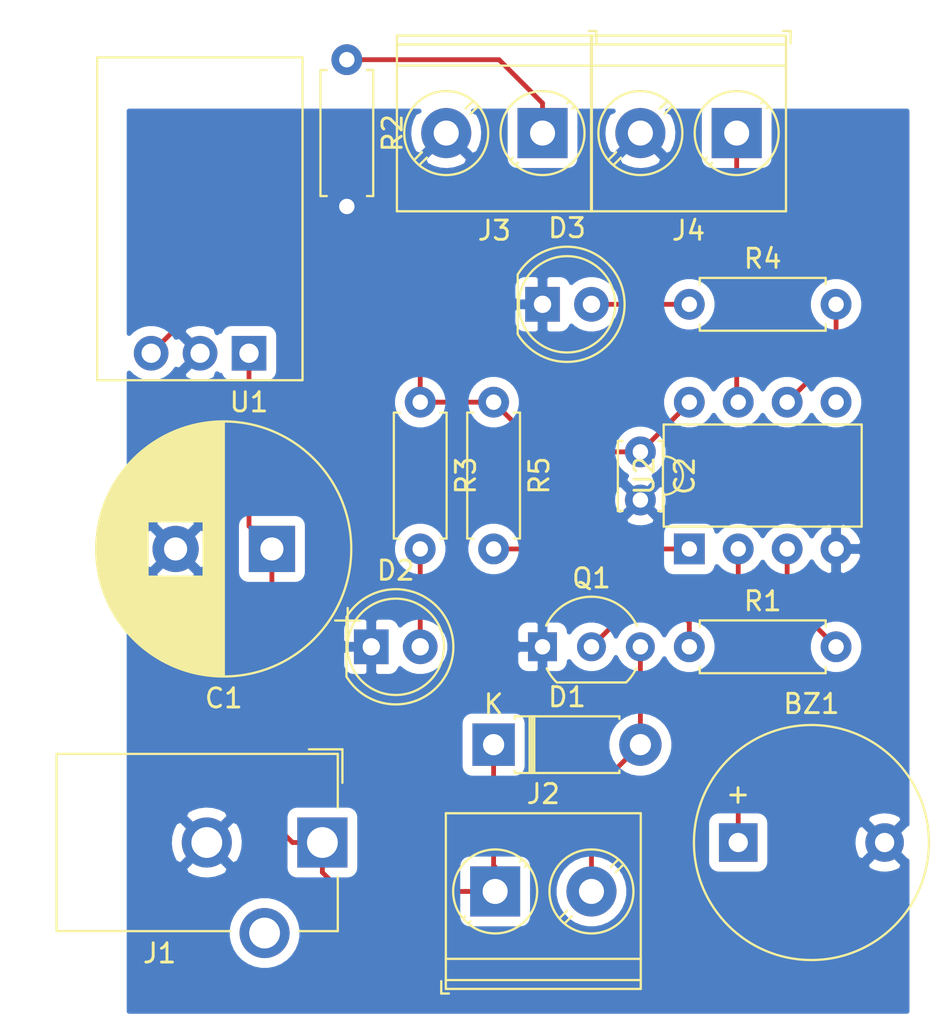
<source format=kicad_pcb>
(kicad_pcb (version 20171130) (host pcbnew "(5.1.5-0-10_14)")

  (general
    (thickness 1.6)
    (drawings 0)
    (tracks 42)
    (zones 0)
    (modules 18)
    (nets 15)
  )

  (page A4)
  (layers
    (0 F.Cu signal)
    (31 B.Cu signal)
    (32 B.Adhes user)
    (33 F.Adhes user)
    (34 B.Paste user)
    (35 F.Paste user)
    (36 B.SilkS user)
    (37 F.SilkS user)
    (38 B.Mask user)
    (39 F.Mask user)
    (40 Dwgs.User user)
    (41 Cmts.User user)
    (42 Eco1.User user)
    (43 Eco2.User user)
    (44 Edge.Cuts user)
    (45 Margin user)
    (46 B.CrtYd user)
    (47 F.CrtYd user)
    (48 B.Fab user)
    (49 F.Fab user)
  )

  (setup
    (last_trace_width 0.25)
    (trace_clearance 0.2)
    (zone_clearance 0.508)
    (zone_45_only no)
    (trace_min 0.2)
    (via_size 0.8)
    (via_drill 0.4)
    (via_min_size 0.4)
    (via_min_drill 0.3)
    (uvia_size 0.3)
    (uvia_drill 0.1)
    (uvias_allowed no)
    (uvia_min_size 0.2)
    (uvia_min_drill 0.1)
    (edge_width 0.05)
    (segment_width 0.2)
    (pcb_text_width 0.3)
    (pcb_text_size 1.5 1.5)
    (mod_edge_width 0.12)
    (mod_text_size 1 1)
    (mod_text_width 0.15)
    (pad_size 1.524 1.524)
    (pad_drill 0.762)
    (pad_to_mask_clearance 0.051)
    (solder_mask_min_width 0.25)
    (aux_axis_origin 0 0)
    (visible_elements FFFFFF7F)
    (pcbplotparams
      (layerselection 0x010fc_ffffffff)
      (usegerberextensions false)
      (usegerberattributes false)
      (usegerberadvancedattributes false)
      (creategerberjobfile false)
      (excludeedgelayer true)
      (linewidth 0.100000)
      (plotframeref false)
      (viasonmask false)
      (mode 1)
      (useauxorigin false)
      (hpglpennumber 1)
      (hpglpenspeed 20)
      (hpglpendiameter 15.000000)
      (psnegative false)
      (psa4output false)
      (plotreference true)
      (plotvalue true)
      (plotinvisibletext false)
      (padsonsilk false)
      (subtractmaskfromsilk false)
      (outputformat 1)
      (mirror false)
      (drillshape 1)
      (scaleselection 1)
      (outputdirectory ""))
  )

  (net 0 "")
  (net 1 GND)
  (net 2 /ALARM)
  (net 3 +24V)
  (net 4 +5V)
  (net 5 "Net-(D1-Pad2)")
  (net 6 "Net-(D2-Pad2)")
  (net 7 "Net-(D3-Pad2)")
  (net 8 /PHOTO_TRANS)
  (net 9 "Net-(Q1-Pad2)")
  (net 10 /S_ENABLE)
  (net 11 "Net-(R4-Pad2)")
  (net 12 "Net-(U2-Pad5)")
  (net 13 "Net-(J3-Pad1)")
  (net 14 "Net-(R5-Pad2)")

  (net_class Default "This is the default net class."
    (clearance 0.2)
    (trace_width 0.25)
    (via_dia 0.8)
    (via_drill 0.4)
    (uvia_dia 0.3)
    (uvia_drill 0.1)
    (add_net +24V)
    (add_net +5V)
    (add_net /ALARM)
    (add_net /PHOTO_TRANS)
    (add_net /S_ENABLE)
    (add_net GND)
    (add_net "Net-(D1-Pad2)")
    (add_net "Net-(D2-Pad2)")
    (add_net "Net-(D3-Pad2)")
    (add_net "Net-(J3-Pad1)")
    (add_net "Net-(Q1-Pad2)")
    (add_net "Net-(R4-Pad2)")
    (add_net "Net-(R5-Pad2)")
    (add_net "Net-(U2-Pad5)")
  )

  (module Resistor_THT:R_Axial_DIN0207_L6.3mm_D2.5mm_P7.62mm_Horizontal (layer F.Cu) (tedit 5AE5139B) (tstamp 5E023428)
    (at 104.14 101.6 270)
    (descr "Resistor, Axial_DIN0207 series, Axial, Horizontal, pin pitch=7.62mm, 0.25W = 1/4W, length*diameter=6.3*2.5mm^2, http://cdn-reichelt.de/documents/datenblatt/B400/1_4W%23YAG.pdf")
    (tags "Resistor Axial_DIN0207 series Axial Horizontal pin pitch 7.62mm 0.25W = 1/4W length 6.3mm diameter 2.5mm")
    (path /5E046FAC)
    (fp_text reference R2 (at 3.81 -2.37 90) (layer F.SilkS)
      (effects (font (size 1 1) (thickness 0.15)))
    )
    (fp_text value 470R (at 3.81 2.37 90) (layer F.Fab)
      (effects (font (size 1 1) (thickness 0.15)))
    )
    (fp_text user %R (at 3.81 0 90) (layer F.Fab)
      (effects (font (size 1 1) (thickness 0.15)))
    )
    (fp_line (start 8.67 -1.5) (end -1.05 -1.5) (layer F.CrtYd) (width 0.05))
    (fp_line (start 8.67 1.5) (end 8.67 -1.5) (layer F.CrtYd) (width 0.05))
    (fp_line (start -1.05 1.5) (end 8.67 1.5) (layer F.CrtYd) (width 0.05))
    (fp_line (start -1.05 -1.5) (end -1.05 1.5) (layer F.CrtYd) (width 0.05))
    (fp_line (start 7.08 1.37) (end 7.08 1.04) (layer F.SilkS) (width 0.12))
    (fp_line (start 0.54 1.37) (end 7.08 1.37) (layer F.SilkS) (width 0.12))
    (fp_line (start 0.54 1.04) (end 0.54 1.37) (layer F.SilkS) (width 0.12))
    (fp_line (start 7.08 -1.37) (end 7.08 -1.04) (layer F.SilkS) (width 0.12))
    (fp_line (start 0.54 -1.37) (end 7.08 -1.37) (layer F.SilkS) (width 0.12))
    (fp_line (start 0.54 -1.04) (end 0.54 -1.37) (layer F.SilkS) (width 0.12))
    (fp_line (start 7.62 0) (end 6.96 0) (layer F.Fab) (width 0.1))
    (fp_line (start 0 0) (end 0.66 0) (layer F.Fab) (width 0.1))
    (fp_line (start 6.96 -1.25) (end 0.66 -1.25) (layer F.Fab) (width 0.1))
    (fp_line (start 6.96 1.25) (end 6.96 -1.25) (layer F.Fab) (width 0.1))
    (fp_line (start 0.66 1.25) (end 6.96 1.25) (layer F.Fab) (width 0.1))
    (fp_line (start 0.66 -1.25) (end 0.66 1.25) (layer F.Fab) (width 0.1))
    (pad 2 thru_hole oval (at 7.62 0 270) (size 1.6 1.6) (drill 0.8) (layers *.Cu *.Mask)
      (net 4 +5V))
    (pad 1 thru_hole circle (at 0 0 270) (size 1.6 1.6) (drill 0.8) (layers *.Cu *.Mask)
      (net 13 "Net-(J3-Pad1)"))
    (model ${KISYS3DMOD}/Resistor_THT.3dshapes/R_Axial_DIN0207_L6.3mm_D2.5mm_P7.62mm_Horizontal.wrl
      (at (xyz 0 0 0))
      (scale (xyz 1 1 1))
      (rotate (xyz 0 0 0))
    )
  )

  (module Resistor_THT:R_Axial_DIN0207_L6.3mm_D2.5mm_P7.62mm_Horizontal (layer F.Cu) (tedit 5AE5139B) (tstamp 5E01CA4D)
    (at 111.76 119.38 270)
    (descr "Resistor, Axial_DIN0207 series, Axial, Horizontal, pin pitch=7.62mm, 0.25W = 1/4W, length*diameter=6.3*2.5mm^2, http://cdn-reichelt.de/documents/datenblatt/B400/1_4W%23YAG.pdf")
    (tags "Resistor Axial_DIN0207 series Axial Horizontal pin pitch 7.62mm 0.25W = 1/4W length 6.3mm diameter 2.5mm")
    (path /5DF14D40)
    (fp_text reference R5 (at 3.81 -2.37 90) (layer F.SilkS)
      (effects (font (size 1 1) (thickness 0.15)))
    )
    (fp_text value 10K (at 3.81 2.37 90) (layer F.Fab)
      (effects (font (size 1 1) (thickness 0.15)))
    )
    (fp_text user %R (at 3.81 0 90) (layer F.Fab)
      (effects (font (size 1 1) (thickness 0.15)))
    )
    (fp_line (start 8.67 -1.5) (end -1.05 -1.5) (layer F.CrtYd) (width 0.05))
    (fp_line (start 8.67 1.5) (end 8.67 -1.5) (layer F.CrtYd) (width 0.05))
    (fp_line (start -1.05 1.5) (end 8.67 1.5) (layer F.CrtYd) (width 0.05))
    (fp_line (start -1.05 -1.5) (end -1.05 1.5) (layer F.CrtYd) (width 0.05))
    (fp_line (start 7.08 1.37) (end 7.08 1.04) (layer F.SilkS) (width 0.12))
    (fp_line (start 0.54 1.37) (end 7.08 1.37) (layer F.SilkS) (width 0.12))
    (fp_line (start 0.54 1.04) (end 0.54 1.37) (layer F.SilkS) (width 0.12))
    (fp_line (start 7.08 -1.37) (end 7.08 -1.04) (layer F.SilkS) (width 0.12))
    (fp_line (start 0.54 -1.37) (end 7.08 -1.37) (layer F.SilkS) (width 0.12))
    (fp_line (start 0.54 -1.04) (end 0.54 -1.37) (layer F.SilkS) (width 0.12))
    (fp_line (start 7.62 0) (end 6.96 0) (layer F.Fab) (width 0.1))
    (fp_line (start 0 0) (end 0.66 0) (layer F.Fab) (width 0.1))
    (fp_line (start 6.96 -1.25) (end 0.66 -1.25) (layer F.Fab) (width 0.1))
    (fp_line (start 6.96 1.25) (end 6.96 -1.25) (layer F.Fab) (width 0.1))
    (fp_line (start 0.66 1.25) (end 6.96 1.25) (layer F.Fab) (width 0.1))
    (fp_line (start 0.66 -1.25) (end 0.66 1.25) (layer F.Fab) (width 0.1))
    (pad 2 thru_hole oval (at 7.62 0 270) (size 1.6 1.6) (drill 0.8) (layers *.Cu *.Mask)
      (net 14 "Net-(R5-Pad2)"))
    (pad 1 thru_hole circle (at 0 0 270) (size 1.6 1.6) (drill 0.8) (layers *.Cu *.Mask)
      (net 4 +5V))
    (model ${KISYS3DMOD}/Resistor_THT.3dshapes/R_Axial_DIN0207_L6.3mm_D2.5mm_P7.62mm_Horizontal.wrl
      (at (xyz 0 0 0))
      (scale (xyz 1 1 1))
      (rotate (xyz 0 0 0))
    )
  )

  (module Resistor_THT:R_Axial_DIN0207_L6.3mm_D2.5mm_P7.62mm_Horizontal (layer F.Cu) (tedit 5AE5139B) (tstamp 5E0220FF)
    (at 121.92 114.3)
    (descr "Resistor, Axial_DIN0207 series, Axial, Horizontal, pin pitch=7.62mm, 0.25W = 1/4W, length*diameter=6.3*2.5mm^2, http://cdn-reichelt.de/documents/datenblatt/B400/1_4W%23YAG.pdf")
    (tags "Resistor Axial_DIN0207 series Axial Horizontal pin pitch 7.62mm 0.25W = 1/4W length 6.3mm diameter 2.5mm")
    (path /5DF1464A)
    (fp_text reference R4 (at 3.81 -2.37) (layer F.SilkS)
      (effects (font (size 1 1) (thickness 0.15)))
    )
    (fp_text value 470R (at 3.81 2.37) (layer F.Fab)
      (effects (font (size 1 1) (thickness 0.15)))
    )
    (fp_text user %R (at 3.81 0) (layer F.Fab)
      (effects (font (size 1 1) (thickness 0.15)))
    )
    (fp_line (start 8.67 -1.5) (end -1.05 -1.5) (layer F.CrtYd) (width 0.05))
    (fp_line (start 8.67 1.5) (end 8.67 -1.5) (layer F.CrtYd) (width 0.05))
    (fp_line (start -1.05 1.5) (end 8.67 1.5) (layer F.CrtYd) (width 0.05))
    (fp_line (start -1.05 -1.5) (end -1.05 1.5) (layer F.CrtYd) (width 0.05))
    (fp_line (start 7.08 1.37) (end 7.08 1.04) (layer F.SilkS) (width 0.12))
    (fp_line (start 0.54 1.37) (end 7.08 1.37) (layer F.SilkS) (width 0.12))
    (fp_line (start 0.54 1.04) (end 0.54 1.37) (layer F.SilkS) (width 0.12))
    (fp_line (start 7.08 -1.37) (end 7.08 -1.04) (layer F.SilkS) (width 0.12))
    (fp_line (start 0.54 -1.37) (end 7.08 -1.37) (layer F.SilkS) (width 0.12))
    (fp_line (start 0.54 -1.04) (end 0.54 -1.37) (layer F.SilkS) (width 0.12))
    (fp_line (start 7.62 0) (end 6.96 0) (layer F.Fab) (width 0.1))
    (fp_line (start 0 0) (end 0.66 0) (layer F.Fab) (width 0.1))
    (fp_line (start 6.96 -1.25) (end 0.66 -1.25) (layer F.Fab) (width 0.1))
    (fp_line (start 6.96 1.25) (end 6.96 -1.25) (layer F.Fab) (width 0.1))
    (fp_line (start 0.66 1.25) (end 6.96 1.25) (layer F.Fab) (width 0.1))
    (fp_line (start 0.66 -1.25) (end 0.66 1.25) (layer F.Fab) (width 0.1))
    (pad 2 thru_hole oval (at 7.62 0) (size 1.6 1.6) (drill 0.8) (layers *.Cu *.Mask)
      (net 11 "Net-(R4-Pad2)"))
    (pad 1 thru_hole circle (at 0 0) (size 1.6 1.6) (drill 0.8) (layers *.Cu *.Mask)
      (net 7 "Net-(D3-Pad2)"))
    (model ${KISYS3DMOD}/Resistor_THT.3dshapes/R_Axial_DIN0207_L6.3mm_D2.5mm_P7.62mm_Horizontal.wrl
      (at (xyz 0 0 0))
      (scale (xyz 1 1 1))
      (rotate (xyz 0 0 0))
    )
  )

  (module Resistor_THT:R_Axial_DIN0207_L6.3mm_D2.5mm_P7.62mm_Horizontal (layer F.Cu) (tedit 5AE5139B) (tstamp 5E01CA1F)
    (at 107.95 119.38 270)
    (descr "Resistor, Axial_DIN0207 series, Axial, Horizontal, pin pitch=7.62mm, 0.25W = 1/4W, length*diameter=6.3*2.5mm^2, http://cdn-reichelt.de/documents/datenblatt/B400/1_4W%23YAG.pdf")
    (tags "Resistor Axial_DIN0207 series Axial Horizontal pin pitch 7.62mm 0.25W = 1/4W length 6.3mm diameter 2.5mm")
    (path /5DEC008B)
    (fp_text reference R3 (at 3.81 -2.37 90) (layer F.SilkS)
      (effects (font (size 1 1) (thickness 0.15)))
    )
    (fp_text value 470R (at 3.81 2.37 90) (layer F.Fab)
      (effects (font (size 1 1) (thickness 0.15)))
    )
    (fp_text user %R (at 3.81 0 90) (layer F.Fab)
      (effects (font (size 1 1) (thickness 0.15)))
    )
    (fp_line (start 8.67 -1.5) (end -1.05 -1.5) (layer F.CrtYd) (width 0.05))
    (fp_line (start 8.67 1.5) (end 8.67 -1.5) (layer F.CrtYd) (width 0.05))
    (fp_line (start -1.05 1.5) (end 8.67 1.5) (layer F.CrtYd) (width 0.05))
    (fp_line (start -1.05 -1.5) (end -1.05 1.5) (layer F.CrtYd) (width 0.05))
    (fp_line (start 7.08 1.37) (end 7.08 1.04) (layer F.SilkS) (width 0.12))
    (fp_line (start 0.54 1.37) (end 7.08 1.37) (layer F.SilkS) (width 0.12))
    (fp_line (start 0.54 1.04) (end 0.54 1.37) (layer F.SilkS) (width 0.12))
    (fp_line (start 7.08 -1.37) (end 7.08 -1.04) (layer F.SilkS) (width 0.12))
    (fp_line (start 0.54 -1.37) (end 7.08 -1.37) (layer F.SilkS) (width 0.12))
    (fp_line (start 0.54 -1.04) (end 0.54 -1.37) (layer F.SilkS) (width 0.12))
    (fp_line (start 7.62 0) (end 6.96 0) (layer F.Fab) (width 0.1))
    (fp_line (start 0 0) (end 0.66 0) (layer F.Fab) (width 0.1))
    (fp_line (start 6.96 -1.25) (end 0.66 -1.25) (layer F.Fab) (width 0.1))
    (fp_line (start 6.96 1.25) (end 6.96 -1.25) (layer F.Fab) (width 0.1))
    (fp_line (start 0.66 1.25) (end 6.96 1.25) (layer F.Fab) (width 0.1))
    (fp_line (start 0.66 -1.25) (end 0.66 1.25) (layer F.Fab) (width 0.1))
    (pad 2 thru_hole oval (at 7.62 0 270) (size 1.6 1.6) (drill 0.8) (layers *.Cu *.Mask)
      (net 6 "Net-(D2-Pad2)"))
    (pad 1 thru_hole circle (at 0 0 270) (size 1.6 1.6) (drill 0.8) (layers *.Cu *.Mask)
      (net 4 +5V))
    (model ${KISYS3DMOD}/Resistor_THT.3dshapes/R_Axial_DIN0207_L6.3mm_D2.5mm_P7.62mm_Horizontal.wrl
      (at (xyz 0 0 0))
      (scale (xyz 1 1 1))
      (rotate (xyz 0 0 0))
    )
  )

  (module Resistor_THT:R_Axial_DIN0207_L6.3mm_D2.5mm_P7.62mm_Horizontal (layer F.Cu) (tedit 5AE5139B) (tstamp 5E01DB17)
    (at 121.92 132.08)
    (descr "Resistor, Axial_DIN0207 series, Axial, Horizontal, pin pitch=7.62mm, 0.25W = 1/4W, length*diameter=6.3*2.5mm^2, http://cdn-reichelt.de/documents/datenblatt/B400/1_4W%23YAG.pdf")
    (tags "Resistor Axial_DIN0207 series Axial Horizontal pin pitch 7.62mm 0.25W = 1/4W length 6.3mm diameter 2.5mm")
    (path /5DEBE51C)
    (fp_text reference R1 (at 3.81 -2.37) (layer F.SilkS)
      (effects (font (size 1 1) (thickness 0.15)))
    )
    (fp_text value 470R (at 3.81 2.37) (layer F.Fab)
      (effects (font (size 1 1) (thickness 0.15)))
    )
    (fp_text user %R (at 3.81 0) (layer F.Fab)
      (effects (font (size 1 1) (thickness 0.15)))
    )
    (fp_line (start 8.67 -1.5) (end -1.05 -1.5) (layer F.CrtYd) (width 0.05))
    (fp_line (start 8.67 1.5) (end 8.67 -1.5) (layer F.CrtYd) (width 0.05))
    (fp_line (start -1.05 1.5) (end 8.67 1.5) (layer F.CrtYd) (width 0.05))
    (fp_line (start -1.05 -1.5) (end -1.05 1.5) (layer F.CrtYd) (width 0.05))
    (fp_line (start 7.08 1.37) (end 7.08 1.04) (layer F.SilkS) (width 0.12))
    (fp_line (start 0.54 1.37) (end 7.08 1.37) (layer F.SilkS) (width 0.12))
    (fp_line (start 0.54 1.04) (end 0.54 1.37) (layer F.SilkS) (width 0.12))
    (fp_line (start 7.08 -1.37) (end 7.08 -1.04) (layer F.SilkS) (width 0.12))
    (fp_line (start 0.54 -1.37) (end 7.08 -1.37) (layer F.SilkS) (width 0.12))
    (fp_line (start 0.54 -1.04) (end 0.54 -1.37) (layer F.SilkS) (width 0.12))
    (fp_line (start 7.62 0) (end 6.96 0) (layer F.Fab) (width 0.1))
    (fp_line (start 0 0) (end 0.66 0) (layer F.Fab) (width 0.1))
    (fp_line (start 6.96 -1.25) (end 0.66 -1.25) (layer F.Fab) (width 0.1))
    (fp_line (start 6.96 1.25) (end 6.96 -1.25) (layer F.Fab) (width 0.1))
    (fp_line (start 0.66 1.25) (end 6.96 1.25) (layer F.Fab) (width 0.1))
    (fp_line (start 0.66 -1.25) (end 0.66 1.25) (layer F.Fab) (width 0.1))
    (pad 2 thru_hole oval (at 7.62 0) (size 1.6 1.6) (drill 0.8) (layers *.Cu *.Mask)
      (net 10 /S_ENABLE))
    (pad 1 thru_hole circle (at 0 0) (size 1.6 1.6) (drill 0.8) (layers *.Cu *.Mask)
      (net 9 "Net-(Q1-Pad2)"))
    (model ${KISYS3DMOD}/Resistor_THT.3dshapes/R_Axial_DIN0207_L6.3mm_D2.5mm_P7.62mm_Horizontal.wrl
      (at (xyz 0 0 0))
      (scale (xyz 1 1 1))
      (rotate (xyz 0 0 0))
    )
  )

  (module Package_TO_SOT_THT:TO-92_Inline_Wide (layer F.Cu) (tedit 5A02FF81) (tstamp 5E022646)
    (at 114.3 132.08)
    (descr "TO-92 leads in-line, wide, drill 0.75mm (see NXP sot054_po.pdf)")
    (tags "to-92 sc-43 sc-43a sot54 PA33 transistor")
    (path /5DEB6CC9)
    (fp_text reference Q1 (at 2.54 -3.56) (layer F.SilkS)
      (effects (font (size 1 1) (thickness 0.15)))
    )
    (fp_text value MPSW45 (at 2.54 2.79) (layer F.Fab)
      (effects (font (size 1 1) (thickness 0.15)))
    )
    (fp_arc (start 2.54 0) (end 4.34 1.85) (angle -20) (layer F.SilkS) (width 0.12))
    (fp_arc (start 2.54 0) (end 2.54 -2.48) (angle -135) (layer F.Fab) (width 0.1))
    (fp_arc (start 2.54 0) (end 2.54 -2.48) (angle 135) (layer F.Fab) (width 0.1))
    (fp_arc (start 2.54 0) (end 2.54 -2.6) (angle 65) (layer F.SilkS) (width 0.12))
    (fp_arc (start 2.54 0) (end 2.54 -2.6) (angle -65) (layer F.SilkS) (width 0.12))
    (fp_arc (start 2.54 0) (end 0.74 1.85) (angle 20) (layer F.SilkS) (width 0.12))
    (fp_line (start 6.09 2.01) (end -1.01 2.01) (layer F.CrtYd) (width 0.05))
    (fp_line (start 6.09 2.01) (end 6.09 -2.73) (layer F.CrtYd) (width 0.05))
    (fp_line (start -1.01 -2.73) (end -1.01 2.01) (layer F.CrtYd) (width 0.05))
    (fp_line (start -1.01 -2.73) (end 6.09 -2.73) (layer F.CrtYd) (width 0.05))
    (fp_line (start 0.8 1.75) (end 4.3 1.75) (layer F.Fab) (width 0.1))
    (fp_line (start 0.74 1.85) (end 4.34 1.85) (layer F.SilkS) (width 0.12))
    (fp_text user %R (at 2.54 -3.56) (layer F.Fab)
      (effects (font (size 1 1) (thickness 0.15)))
    )
    (pad 1 thru_hole rect (at 0 0 90) (size 1.5 1.5) (drill 0.8) (layers *.Cu *.Mask)
      (net 1 GND))
    (pad 3 thru_hole circle (at 5.08 0 90) (size 1.5 1.5) (drill 0.8) (layers *.Cu *.Mask)
      (net 5 "Net-(D1-Pad2)"))
    (pad 2 thru_hole circle (at 2.54 0 90) (size 1.5 1.5) (drill 0.8) (layers *.Cu *.Mask)
      (net 9 "Net-(Q1-Pad2)"))
    (model ${KISYS3DMOD}/Package_TO_SOT_THT.3dshapes/TO-92_Inline_Wide.wrl
      (at (xyz 0 0 0))
      (scale (xyz 1 1 1))
      (rotate (xyz 0 0 0))
    )
  )

  (module Package_DIP:DIP-8_W7.62mm (layer F.Cu) (tedit 5A02E8C5) (tstamp 5E01FD7F)
    (at 121.92 127 90)
    (descr "8-lead though-hole mounted DIP package, row spacing 7.62 mm (300 mils)")
    (tags "THT DIP DIL PDIP 2.54mm 7.62mm 300mil")
    (path /5DEBBC0E)
    (fp_text reference U2 (at 3.81 -2.33 90) (layer F.SilkS)
      (effects (font (size 1 1) (thickness 0.15)))
    )
    (fp_text value ATtiny85-20PU (at 3.81 9.95 90) (layer F.Fab)
      (effects (font (size 1 1) (thickness 0.15)))
    )
    (fp_text user %R (at 3.81 3.81 90) (layer F.Fab)
      (effects (font (size 1 1) (thickness 0.15)))
    )
    (fp_line (start 8.7 -1.55) (end -1.1 -1.55) (layer F.CrtYd) (width 0.05))
    (fp_line (start 8.7 9.15) (end 8.7 -1.55) (layer F.CrtYd) (width 0.05))
    (fp_line (start -1.1 9.15) (end 8.7 9.15) (layer F.CrtYd) (width 0.05))
    (fp_line (start -1.1 -1.55) (end -1.1 9.15) (layer F.CrtYd) (width 0.05))
    (fp_line (start 6.46 -1.33) (end 4.81 -1.33) (layer F.SilkS) (width 0.12))
    (fp_line (start 6.46 8.95) (end 6.46 -1.33) (layer F.SilkS) (width 0.12))
    (fp_line (start 1.16 8.95) (end 6.46 8.95) (layer F.SilkS) (width 0.12))
    (fp_line (start 1.16 -1.33) (end 1.16 8.95) (layer F.SilkS) (width 0.12))
    (fp_line (start 2.81 -1.33) (end 1.16 -1.33) (layer F.SilkS) (width 0.12))
    (fp_line (start 0.635 -0.27) (end 1.635 -1.27) (layer F.Fab) (width 0.1))
    (fp_line (start 0.635 8.89) (end 0.635 -0.27) (layer F.Fab) (width 0.1))
    (fp_line (start 6.985 8.89) (end 0.635 8.89) (layer F.Fab) (width 0.1))
    (fp_line (start 6.985 -1.27) (end 6.985 8.89) (layer F.Fab) (width 0.1))
    (fp_line (start 1.635 -1.27) (end 6.985 -1.27) (layer F.Fab) (width 0.1))
    (fp_arc (start 3.81 -1.33) (end 2.81 -1.33) (angle -180) (layer F.SilkS) (width 0.12))
    (pad 8 thru_hole oval (at 7.62 0 90) (size 1.6 1.6) (drill 0.8) (layers *.Cu *.Mask)
      (net 4 +5V))
    (pad 4 thru_hole oval (at 0 7.62 90) (size 1.6 1.6) (drill 0.8) (layers *.Cu *.Mask)
      (net 1 GND))
    (pad 7 thru_hole oval (at 7.62 2.54 90) (size 1.6 1.6) (drill 0.8) (layers *.Cu *.Mask)
      (net 8 /PHOTO_TRANS))
    (pad 3 thru_hole oval (at 0 5.08 90) (size 1.6 1.6) (drill 0.8) (layers *.Cu *.Mask)
      (net 10 /S_ENABLE))
    (pad 6 thru_hole oval (at 7.62 5.08 90) (size 1.6 1.6) (drill 0.8) (layers *.Cu *.Mask)
      (net 11 "Net-(R4-Pad2)"))
    (pad 2 thru_hole oval (at 0 2.54 90) (size 1.6 1.6) (drill 0.8) (layers *.Cu *.Mask)
      (net 2 /ALARM))
    (pad 5 thru_hole oval (at 7.62 7.62 90) (size 1.6 1.6) (drill 0.8) (layers *.Cu *.Mask)
      (net 12 "Net-(U2-Pad5)"))
    (pad 1 thru_hole rect (at 0 0 90) (size 1.6 1.6) (drill 0.8) (layers *.Cu *.Mask)
      (net 14 "Net-(R5-Pad2)"))
    (model ${KISYS3DMOD}/Package_DIP.3dshapes/DIP-8_W7.62mm.wrl
      (at (xyz 0 0 0))
      (scale (xyz 1 1 1))
      (rotate (xyz 0 0 0))
    )
  )

  (module Converter_DCDC:Converter_DCDC_muRata_OKI-78SR_Horizontal (layer F.Cu) (tedit 5BAE240C) (tstamp 5E0210E6)
    (at 99.06 116.84 180)
    (descr https://power.murata.com/data/power/oki-78sr.pdf)
    (tags "78sr3.3 78sr5 78sr9 78sr12 78srXX")
    (path /5DF184A1)
    (fp_text reference U1 (at 0 -2.54 180) (layer F.SilkS)
      (effects (font (size 1 1) (thickness 0.15)))
    )
    (fp_text value OKI-78SR-5_1.5-W36H-C (at 2.54 16.51 180) (layer F.Fab)
      (effects (font (size 1 1) (thickness 0.15)))
    )
    (fp_line (start 8 15.48) (end 8 -1.52) (layer F.CrtYd) (width 0.05))
    (fp_line (start -2.9 15.48) (end 8 15.48) (layer F.CrtYd) (width 0.05))
    (fp_line (start -2.9 -1.52) (end -2.9 15.48) (layer F.CrtYd) (width 0.05))
    (fp_line (start 8 -1.52) (end -2.9 -1.52) (layer F.CrtYd) (width 0.05))
    (fp_line (start 7.88 15.36) (end 7.88 -1.4) (layer F.SilkS) (width 0.12))
    (fp_line (start -2.78 15.36) (end 7.88 15.36) (layer F.SilkS) (width 0.12))
    (fp_line (start -2.78 -1.4) (end -2.78 15.36) (layer F.SilkS) (width 0.12))
    (fp_line (start 7.88 -1.4) (end -2.77 -1.4) (layer F.SilkS) (width 0.12))
    (fp_line (start 7.75 -1.27) (end 7.75 15.23) (layer F.Fab) (width 0.1))
    (fp_line (start -2.65 -1.27) (end 7.75 -1.27) (layer F.Fab) (width 0.1))
    (fp_line (start -2.65 15.23) (end -2.65 -1.27) (layer F.Fab) (width 0.1))
    (fp_line (start 7.75 15.23) (end -2.65 15.23) (layer F.Fab) (width 0.1))
    (fp_text user %R (at 2.54 7.48 180) (layer F.Fab)
      (effects (font (size 1 1) (thickness 0.15)))
    )
    (pad 3 thru_hole circle (at 5.08 0) (size 1.8 1.8) (drill 1) (layers *.Cu *.Mask)
      (net 4 +5V))
    (pad 2 thru_hole circle (at 2.54 0) (size 1.8 1.8) (drill 1) (layers *.Cu *.Mask)
      (net 1 GND))
    (pad 1 thru_hole rect (at 0 0) (size 1.8 1.8) (drill 1) (layers *.Cu *.Mask)
      (net 3 +24V))
    (model ${KISYS3DMOD}/Converter_DCDC.3dshapes/Converter_DCDC_muRata_OKI-78SR_horizontal.wrl
      (at (xyz 0 0 0))
      (scale (xyz 1 1 1))
      (rotate (xyz 0 0 0))
    )
  )

  (module TerminalBlock_Phoenix:TerminalBlock_Phoenix_PT-1,5-2-5.0-H_1x02_P5.00mm_Horizontal (layer F.Cu) (tedit 5B294F69) (tstamp 5E01C9DF)
    (at 124.38 105.41 180)
    (descr "Terminal Block Phoenix PT-1,5-2-5.0-H, 2 pins, pitch 5mm, size 10x9mm^2, drill diamater 1.3mm, pad diameter 2.6mm, see http://www.mouser.com/ds/2/324/ItemDetail_1935161-922578.pdf, script-generated using https://github.com/pointhi/kicad-footprint-generator/scripts/TerminalBlock_Phoenix")
    (tags "THT Terminal Block Phoenix PT-1,5-2-5.0-H pitch 5mm size 10x9mm^2 drill 1.3mm pad 2.6mm")
    (path /5DF10AAE)
    (fp_text reference J4 (at 2.5 -5.06) (layer F.SilkS)
      (effects (font (size 1 1) (thickness 0.15)))
    )
    (fp_text value Screw_Terminal_01x02 (at 2.5 6.06) (layer F.Fab)
      (effects (font (size 1 1) (thickness 0.15)))
    )
    (fp_text user %R (at 2.5 2.9) (layer F.Fab)
      (effects (font (size 1 1) (thickness 0.15)))
    )
    (fp_line (start 8 -4.5) (end -3 -4.5) (layer F.CrtYd) (width 0.05))
    (fp_line (start 8 5.5) (end 8 -4.5) (layer F.CrtYd) (width 0.05))
    (fp_line (start -3 5.5) (end 8 5.5) (layer F.CrtYd) (width 0.05))
    (fp_line (start -3 -4.5) (end -3 5.5) (layer F.CrtYd) (width 0.05))
    (fp_line (start -2.8 5.3) (end -2.4 5.3) (layer F.SilkS) (width 0.12))
    (fp_line (start -2.8 4.66) (end -2.8 5.3) (layer F.SilkS) (width 0.12))
    (fp_line (start 3.742 0.992) (end 3.347 1.388) (layer F.SilkS) (width 0.12))
    (fp_line (start 6.388 -1.654) (end 6.008 -1.274) (layer F.SilkS) (width 0.12))
    (fp_line (start 3.993 1.274) (end 3.613 1.654) (layer F.SilkS) (width 0.12))
    (fp_line (start 6.654 -1.388) (end 6.259 -0.992) (layer F.SilkS) (width 0.12))
    (fp_line (start 6.273 -1.517) (end 3.484 1.273) (layer F.Fab) (width 0.1))
    (fp_line (start 6.517 -1.273) (end 3.728 1.517) (layer F.Fab) (width 0.1))
    (fp_line (start -1.548 1.281) (end -1.654 1.388) (layer F.SilkS) (width 0.12))
    (fp_line (start 1.388 -1.654) (end 1.281 -1.547) (layer F.SilkS) (width 0.12))
    (fp_line (start -1.282 1.547) (end -1.388 1.654) (layer F.SilkS) (width 0.12))
    (fp_line (start 1.654 -1.388) (end 1.547 -1.281) (layer F.SilkS) (width 0.12))
    (fp_line (start 1.273 -1.517) (end -1.517 1.273) (layer F.Fab) (width 0.1))
    (fp_line (start 1.517 -1.273) (end -1.273 1.517) (layer F.Fab) (width 0.1))
    (fp_line (start 7.56 -4.06) (end 7.56 5.06) (layer F.SilkS) (width 0.12))
    (fp_line (start -2.56 -4.06) (end -2.56 5.06) (layer F.SilkS) (width 0.12))
    (fp_line (start -2.56 5.06) (end 7.56 5.06) (layer F.SilkS) (width 0.12))
    (fp_line (start -2.56 -4.06) (end 7.56 -4.06) (layer F.SilkS) (width 0.12))
    (fp_line (start -2.56 3.5) (end 7.56 3.5) (layer F.SilkS) (width 0.12))
    (fp_line (start -2.5 3.5) (end 7.5 3.5) (layer F.Fab) (width 0.1))
    (fp_line (start -2.56 4.6) (end 7.56 4.6) (layer F.SilkS) (width 0.12))
    (fp_line (start -2.5 4.6) (end 7.5 4.6) (layer F.Fab) (width 0.1))
    (fp_line (start -2.5 4.6) (end -2.5 -4) (layer F.Fab) (width 0.1))
    (fp_line (start -2.1 5) (end -2.5 4.6) (layer F.Fab) (width 0.1))
    (fp_line (start 7.5 5) (end -2.1 5) (layer F.Fab) (width 0.1))
    (fp_line (start 7.5 -4) (end 7.5 5) (layer F.Fab) (width 0.1))
    (fp_line (start -2.5 -4) (end 7.5 -4) (layer F.Fab) (width 0.1))
    (fp_circle (center 5 0) (end 7.18 0) (layer F.SilkS) (width 0.12))
    (fp_circle (center 5 0) (end 7 0) (layer F.Fab) (width 0.1))
    (fp_circle (center 0 0) (end 2.18 0) (layer F.SilkS) (width 0.12))
    (fp_circle (center 0 0) (end 2 0) (layer F.Fab) (width 0.1))
    (pad 2 thru_hole circle (at 5 0 180) (size 2.6 2.6) (drill 1.3) (layers *.Cu *.Mask)
      (net 1 GND))
    (pad 1 thru_hole rect (at 0 0 180) (size 2.6 2.6) (drill 1.3) (layers *.Cu *.Mask)
      (net 8 /PHOTO_TRANS))
    (model ${KISYS3DMOD}/TerminalBlock_Phoenix.3dshapes/TerminalBlock_Phoenix_PT-1,5-2-5.0-H_1x02_P5.00mm_Horizontal.wrl
      (at (xyz 0 0 0))
      (scale (xyz 1 1 1))
      (rotate (xyz 0 0 0))
    )
  )

  (module TerminalBlock_Phoenix:TerminalBlock_Phoenix_PT-1,5-2-5.0-H_1x02_P5.00mm_Horizontal (layer F.Cu) (tedit 5B294F69) (tstamp 5E01D823)
    (at 114.3 105.41 180)
    (descr "Terminal Block Phoenix PT-1,5-2-5.0-H, 2 pins, pitch 5mm, size 10x9mm^2, drill diamater 1.3mm, pad diameter 2.6mm, see http://www.mouser.com/ds/2/324/ItemDetail_1935161-922578.pdf, script-generated using https://github.com/pointhi/kicad-footprint-generator/scripts/TerminalBlock_Phoenix")
    (tags "THT Terminal Block Phoenix PT-1,5-2-5.0-H pitch 5mm size 10x9mm^2 drill 1.3mm pad 2.6mm")
    (path /5DF16368)
    (fp_text reference J3 (at 2.5 -5.06) (layer F.SilkS)
      (effects (font (size 1 1) (thickness 0.15)))
    )
    (fp_text value Screw_Terminal_01x02 (at 2.5 6.06) (layer F.Fab)
      (effects (font (size 1 1) (thickness 0.15)))
    )
    (fp_text user %R (at 2.5 2.9) (layer F.Fab)
      (effects (font (size 1 1) (thickness 0.15)))
    )
    (fp_line (start 8 -4.5) (end -3 -4.5) (layer F.CrtYd) (width 0.05))
    (fp_line (start 8 5.5) (end 8 -4.5) (layer F.CrtYd) (width 0.05))
    (fp_line (start -3 5.5) (end 8 5.5) (layer F.CrtYd) (width 0.05))
    (fp_line (start -3 -4.5) (end -3 5.5) (layer F.CrtYd) (width 0.05))
    (fp_line (start -2.8 5.3) (end -2.4 5.3) (layer F.SilkS) (width 0.12))
    (fp_line (start -2.8 4.66) (end -2.8 5.3) (layer F.SilkS) (width 0.12))
    (fp_line (start 3.742 0.992) (end 3.347 1.388) (layer F.SilkS) (width 0.12))
    (fp_line (start 6.388 -1.654) (end 6.008 -1.274) (layer F.SilkS) (width 0.12))
    (fp_line (start 3.993 1.274) (end 3.613 1.654) (layer F.SilkS) (width 0.12))
    (fp_line (start 6.654 -1.388) (end 6.259 -0.992) (layer F.SilkS) (width 0.12))
    (fp_line (start 6.273 -1.517) (end 3.484 1.273) (layer F.Fab) (width 0.1))
    (fp_line (start 6.517 -1.273) (end 3.728 1.517) (layer F.Fab) (width 0.1))
    (fp_line (start -1.548 1.281) (end -1.654 1.388) (layer F.SilkS) (width 0.12))
    (fp_line (start 1.388 -1.654) (end 1.281 -1.547) (layer F.SilkS) (width 0.12))
    (fp_line (start -1.282 1.547) (end -1.388 1.654) (layer F.SilkS) (width 0.12))
    (fp_line (start 1.654 -1.388) (end 1.547 -1.281) (layer F.SilkS) (width 0.12))
    (fp_line (start 1.273 -1.517) (end -1.517 1.273) (layer F.Fab) (width 0.1))
    (fp_line (start 1.517 -1.273) (end -1.273 1.517) (layer F.Fab) (width 0.1))
    (fp_line (start 7.56 -4.06) (end 7.56 5.06) (layer F.SilkS) (width 0.12))
    (fp_line (start -2.56 -4.06) (end -2.56 5.06) (layer F.SilkS) (width 0.12))
    (fp_line (start -2.56 5.06) (end 7.56 5.06) (layer F.SilkS) (width 0.12))
    (fp_line (start -2.56 -4.06) (end 7.56 -4.06) (layer F.SilkS) (width 0.12))
    (fp_line (start -2.56 3.5) (end 7.56 3.5) (layer F.SilkS) (width 0.12))
    (fp_line (start -2.5 3.5) (end 7.5 3.5) (layer F.Fab) (width 0.1))
    (fp_line (start -2.56 4.6) (end 7.56 4.6) (layer F.SilkS) (width 0.12))
    (fp_line (start -2.5 4.6) (end 7.5 4.6) (layer F.Fab) (width 0.1))
    (fp_line (start -2.5 4.6) (end -2.5 -4) (layer F.Fab) (width 0.1))
    (fp_line (start -2.1 5) (end -2.5 4.6) (layer F.Fab) (width 0.1))
    (fp_line (start 7.5 5) (end -2.1 5) (layer F.Fab) (width 0.1))
    (fp_line (start 7.5 -4) (end 7.5 5) (layer F.Fab) (width 0.1))
    (fp_line (start -2.5 -4) (end 7.5 -4) (layer F.Fab) (width 0.1))
    (fp_circle (center 5 0) (end 7.18 0) (layer F.SilkS) (width 0.12))
    (fp_circle (center 5 0) (end 7 0) (layer F.Fab) (width 0.1))
    (fp_circle (center 0 0) (end 2.18 0) (layer F.SilkS) (width 0.12))
    (fp_circle (center 0 0) (end 2 0) (layer F.Fab) (width 0.1))
    (pad 2 thru_hole circle (at 5 0 180) (size 2.6 2.6) (drill 1.3) (layers *.Cu *.Mask)
      (net 1 GND))
    (pad 1 thru_hole rect (at 0 0 180) (size 2.6 2.6) (drill 1.3) (layers *.Cu *.Mask)
      (net 13 "Net-(J3-Pad1)"))
    (model ${KISYS3DMOD}/TerminalBlock_Phoenix.3dshapes/TerminalBlock_Phoenix_PT-1,5-2-5.0-H_1x02_P5.00mm_Horizontal.wrl
      (at (xyz 0 0 0))
      (scale (xyz 1 1 1))
      (rotate (xyz 0 0 0))
    )
  )

  (module TerminalBlock_Phoenix:TerminalBlock_Phoenix_PT-1,5-2-5.0-H_1x02_P5.00mm_Horizontal (layer F.Cu) (tedit 5B294F69) (tstamp 5E01C98B)
    (at 111.84 144.78)
    (descr "Terminal Block Phoenix PT-1,5-2-5.0-H, 2 pins, pitch 5mm, size 10x9mm^2, drill diamater 1.3mm, pad diameter 2.6mm, see http://www.mouser.com/ds/2/324/ItemDetail_1935161-922578.pdf, script-generated using https://github.com/pointhi/kicad-footprint-generator/scripts/TerminalBlock_Phoenix")
    (tags "THT Terminal Block Phoenix PT-1,5-2-5.0-H pitch 5mm size 10x9mm^2 drill 1.3mm pad 2.6mm")
    (path /5DEB23A1)
    (fp_text reference J2 (at 2.5 -5.06) (layer F.SilkS)
      (effects (font (size 1 1) (thickness 0.15)))
    )
    (fp_text value Screw_Terminal_01x02 (at 2.5 6.06) (layer F.Fab)
      (effects (font (size 1 1) (thickness 0.15)))
    )
    (fp_text user %R (at 2.5 2.9) (layer F.Fab)
      (effects (font (size 1 1) (thickness 0.15)))
    )
    (fp_line (start 8 -4.5) (end -3 -4.5) (layer F.CrtYd) (width 0.05))
    (fp_line (start 8 5.5) (end 8 -4.5) (layer F.CrtYd) (width 0.05))
    (fp_line (start -3 5.5) (end 8 5.5) (layer F.CrtYd) (width 0.05))
    (fp_line (start -3 -4.5) (end -3 5.5) (layer F.CrtYd) (width 0.05))
    (fp_line (start -2.8 5.3) (end -2.4 5.3) (layer F.SilkS) (width 0.12))
    (fp_line (start -2.8 4.66) (end -2.8 5.3) (layer F.SilkS) (width 0.12))
    (fp_line (start 3.742 0.992) (end 3.347 1.388) (layer F.SilkS) (width 0.12))
    (fp_line (start 6.388 -1.654) (end 6.008 -1.274) (layer F.SilkS) (width 0.12))
    (fp_line (start 3.993 1.274) (end 3.613 1.654) (layer F.SilkS) (width 0.12))
    (fp_line (start 6.654 -1.388) (end 6.259 -0.992) (layer F.SilkS) (width 0.12))
    (fp_line (start 6.273 -1.517) (end 3.484 1.273) (layer F.Fab) (width 0.1))
    (fp_line (start 6.517 -1.273) (end 3.728 1.517) (layer F.Fab) (width 0.1))
    (fp_line (start -1.548 1.281) (end -1.654 1.388) (layer F.SilkS) (width 0.12))
    (fp_line (start 1.388 -1.654) (end 1.281 -1.547) (layer F.SilkS) (width 0.12))
    (fp_line (start -1.282 1.547) (end -1.388 1.654) (layer F.SilkS) (width 0.12))
    (fp_line (start 1.654 -1.388) (end 1.547 -1.281) (layer F.SilkS) (width 0.12))
    (fp_line (start 1.273 -1.517) (end -1.517 1.273) (layer F.Fab) (width 0.1))
    (fp_line (start 1.517 -1.273) (end -1.273 1.517) (layer F.Fab) (width 0.1))
    (fp_line (start 7.56 -4.06) (end 7.56 5.06) (layer F.SilkS) (width 0.12))
    (fp_line (start -2.56 -4.06) (end -2.56 5.06) (layer F.SilkS) (width 0.12))
    (fp_line (start -2.56 5.06) (end 7.56 5.06) (layer F.SilkS) (width 0.12))
    (fp_line (start -2.56 -4.06) (end 7.56 -4.06) (layer F.SilkS) (width 0.12))
    (fp_line (start -2.56 3.5) (end 7.56 3.5) (layer F.SilkS) (width 0.12))
    (fp_line (start -2.5 3.5) (end 7.5 3.5) (layer F.Fab) (width 0.1))
    (fp_line (start -2.56 4.6) (end 7.56 4.6) (layer F.SilkS) (width 0.12))
    (fp_line (start -2.5 4.6) (end 7.5 4.6) (layer F.Fab) (width 0.1))
    (fp_line (start -2.5 4.6) (end -2.5 -4) (layer F.Fab) (width 0.1))
    (fp_line (start -2.1 5) (end -2.5 4.6) (layer F.Fab) (width 0.1))
    (fp_line (start 7.5 5) (end -2.1 5) (layer F.Fab) (width 0.1))
    (fp_line (start 7.5 -4) (end 7.5 5) (layer F.Fab) (width 0.1))
    (fp_line (start -2.5 -4) (end 7.5 -4) (layer F.Fab) (width 0.1))
    (fp_circle (center 5 0) (end 7.18 0) (layer F.SilkS) (width 0.12))
    (fp_circle (center 5 0) (end 7 0) (layer F.Fab) (width 0.1))
    (fp_circle (center 0 0) (end 2.18 0) (layer F.SilkS) (width 0.12))
    (fp_circle (center 0 0) (end 2 0) (layer F.Fab) (width 0.1))
    (pad 2 thru_hole circle (at 5 0) (size 2.6 2.6) (drill 1.3) (layers *.Cu *.Mask)
      (net 5 "Net-(D1-Pad2)"))
    (pad 1 thru_hole rect (at 0 0) (size 2.6 2.6) (drill 1.3) (layers *.Cu *.Mask)
      (net 3 +24V))
    (model ${KISYS3DMOD}/TerminalBlock_Phoenix.3dshapes/TerminalBlock_Phoenix_PT-1,5-2-5.0-H_1x02_P5.00mm_Horizontal.wrl
      (at (xyz 0 0 0))
      (scale (xyz 1 1 1))
      (rotate (xyz 0 0 0))
    )
  )

  (module Connector_BarrelJack:BarrelJack_CUI_PJ-102AH_Horizontal (layer F.Cu) (tedit 5A1DBF38) (tstamp 5E01D082)
    (at 102.87 142.24 270)
    (descr "Thin-pin DC Barrel Jack, https://cdn-shop.adafruit.com/datasheets/21mmdcjackDatasheet.pdf")
    (tags "Power Jack")
    (path /5DEB1768)
    (fp_text reference J1 (at 5.75 8.45) (layer F.SilkS)
      (effects (font (size 1 1) (thickness 0.15)))
    )
    (fp_text value Jack-DC (at -5.5 6.2) (layer F.Fab)
      (effects (font (size 1 1) (thickness 0.15)))
    )
    (fp_line (start -4.5 10.2) (end 4.5 10.2) (layer F.Fab) (width 0.1))
    (fp_line (start -3.5 -0.7) (end 4.5 -0.7) (layer F.Fab) (width 0.1))
    (fp_line (start -4.5 0.3) (end -3.5 -0.7) (layer F.Fab) (width 0.1))
    (fp_line (start -4.5 13.7) (end -4.5 0.3) (layer F.Fab) (width 0.1))
    (fp_line (start 4.5 13.7) (end -4.5 13.7) (layer F.Fab) (width 0.1))
    (fp_line (start 4.5 -0.7) (end 4.5 13.7) (layer F.Fab) (width 0.1))
    (fp_line (start -4.84 -1.04) (end -3.1 -1.04) (layer F.SilkS) (width 0.12))
    (fp_line (start -4.84 0.7) (end -4.84 -1.04) (layer F.SilkS) (width 0.12))
    (fp_line (start 4.6 -0.8) (end 4.6 1.2) (layer F.SilkS) (width 0.12))
    (fp_line (start 1.8 -0.8) (end 4.6 -0.8) (layer F.SilkS) (width 0.12))
    (fp_line (start -4.6 -0.8) (end -1.8 -0.8) (layer F.SilkS) (width 0.12))
    (fp_line (start -4.6 13.8) (end -4.6 -0.8) (layer F.SilkS) (width 0.12))
    (fp_line (start 4.6 13.8) (end -4.6 13.8) (layer F.SilkS) (width 0.12))
    (fp_line (start 4.6 4.8) (end 4.6 13.8) (layer F.SilkS) (width 0.12))
    (fp_line (start -1.8 -1.8) (end 1.8 -1.8) (layer F.CrtYd) (width 0.05))
    (fp_line (start -1.8 -1.2) (end -1.8 -1.8) (layer F.CrtYd) (width 0.05))
    (fp_line (start -5 -1.2) (end -1.8 -1.2) (layer F.CrtYd) (width 0.05))
    (fp_line (start -5 14.2) (end -5 -1.2) (layer F.CrtYd) (width 0.05))
    (fp_line (start 5 14.2) (end -5 14.2) (layer F.CrtYd) (width 0.05))
    (fp_line (start 5 4.8) (end 5 14.2) (layer F.CrtYd) (width 0.05))
    (fp_line (start 6.5 4.8) (end 5 4.8) (layer F.CrtYd) (width 0.05))
    (fp_line (start 6.5 1.2) (end 6.5 4.8) (layer F.CrtYd) (width 0.05))
    (fp_line (start 5 1.2) (end 6.5 1.2) (layer F.CrtYd) (width 0.05))
    (fp_line (start 5 -1.2) (end 5 1.2) (layer F.CrtYd) (width 0.05))
    (fp_line (start 1.8 -1.2) (end 5 -1.2) (layer F.CrtYd) (width 0.05))
    (fp_line (start 1.8 -1.8) (end 1.8 -1.2) (layer F.CrtYd) (width 0.05))
    (fp_text user %R (at 0 6.5 90) (layer F.Fab)
      (effects (font (size 1 1) (thickness 0.15)))
    )
    (pad 3 thru_hole circle (at 4.7 3 270) (size 2.6 2.6) (drill 1.6) (layers *.Cu *.Mask))
    (pad 2 thru_hole circle (at 0 6 270) (size 2.6 2.6) (drill 1.6) (layers *.Cu *.Mask)
      (net 1 GND))
    (pad 1 thru_hole rect (at 0 0 270) (size 2.6 2.6) (drill 1.6) (layers *.Cu *.Mask)
      (net 3 +24V))
    (model ${KISYS3DMOD}/Connector_BarrelJack.3dshapes/BarrelJack_CUI_PJ-102AH_Horizontal.wrl
      (at (xyz 0 0 0))
      (scale (xyz 1 1 1))
      (rotate (xyz 0 0 0))
    )
  )

  (module LED_THT:LED_D5.0mm (layer F.Cu) (tedit 5995936A) (tstamp 5E01C93F)
    (at 114.3 114.3)
    (descr "LED, diameter 5.0mm, 2 pins, http://cdn-reichelt.de/documents/datenblatt/A500/LL-504BC2E-009.pdf")
    (tags "LED diameter 5.0mm 2 pins")
    (path /5DEBCD98)
    (fp_text reference D3 (at 1.27 -3.96) (layer F.SilkS)
      (effects (font (size 1 1) (thickness 0.15)))
    )
    (fp_text value LED (at 1.27 3.96) (layer F.Fab)
      (effects (font (size 1 1) (thickness 0.15)))
    )
    (fp_text user %R (at 1.25 0) (layer F.Fab)
      (effects (font (size 0.8 0.8) (thickness 0.2)))
    )
    (fp_line (start 4.5 -3.25) (end -1.95 -3.25) (layer F.CrtYd) (width 0.05))
    (fp_line (start 4.5 3.25) (end 4.5 -3.25) (layer F.CrtYd) (width 0.05))
    (fp_line (start -1.95 3.25) (end 4.5 3.25) (layer F.CrtYd) (width 0.05))
    (fp_line (start -1.95 -3.25) (end -1.95 3.25) (layer F.CrtYd) (width 0.05))
    (fp_line (start -1.29 -1.545) (end -1.29 1.545) (layer F.SilkS) (width 0.12))
    (fp_line (start -1.23 -1.469694) (end -1.23 1.469694) (layer F.Fab) (width 0.1))
    (fp_circle (center 1.27 0) (end 3.77 0) (layer F.SilkS) (width 0.12))
    (fp_circle (center 1.27 0) (end 3.77 0) (layer F.Fab) (width 0.1))
    (fp_arc (start 1.27 0) (end -1.29 1.54483) (angle -148.9) (layer F.SilkS) (width 0.12))
    (fp_arc (start 1.27 0) (end -1.29 -1.54483) (angle 148.9) (layer F.SilkS) (width 0.12))
    (fp_arc (start 1.27 0) (end -1.23 -1.469694) (angle 299.1) (layer F.Fab) (width 0.1))
    (pad 2 thru_hole circle (at 2.54 0) (size 1.8 1.8) (drill 0.9) (layers *.Cu *.Mask)
      (net 7 "Net-(D3-Pad2)"))
    (pad 1 thru_hole rect (at 0 0) (size 1.8 1.8) (drill 0.9) (layers *.Cu *.Mask)
      (net 1 GND))
    (model ${KISYS3DMOD}/LED_THT.3dshapes/LED_D5.0mm.wrl
      (at (xyz 0 0 0))
      (scale (xyz 1 1 1))
      (rotate (xyz 0 0 0))
    )
  )

  (module LED_THT:LED_D5.0mm (layer F.Cu) (tedit 5995936A) (tstamp 5E01C92D)
    (at 105.41 132.08)
    (descr "LED, diameter 5.0mm, 2 pins, http://cdn-reichelt.de/documents/datenblatt/A500/LL-504BC2E-009.pdf")
    (tags "LED diameter 5.0mm 2 pins")
    (path /5DEBDC52)
    (fp_text reference D2 (at 1.27 -3.96) (layer F.SilkS)
      (effects (font (size 1 1) (thickness 0.15)))
    )
    (fp_text value LED (at 1.27 3.96) (layer F.Fab)
      (effects (font (size 1 1) (thickness 0.15)))
    )
    (fp_text user %R (at 1.25 0) (layer F.Fab)
      (effects (font (size 0.8 0.8) (thickness 0.2)))
    )
    (fp_line (start 4.5 -3.25) (end -1.95 -3.25) (layer F.CrtYd) (width 0.05))
    (fp_line (start 4.5 3.25) (end 4.5 -3.25) (layer F.CrtYd) (width 0.05))
    (fp_line (start -1.95 3.25) (end 4.5 3.25) (layer F.CrtYd) (width 0.05))
    (fp_line (start -1.95 -3.25) (end -1.95 3.25) (layer F.CrtYd) (width 0.05))
    (fp_line (start -1.29 -1.545) (end -1.29 1.545) (layer F.SilkS) (width 0.12))
    (fp_line (start -1.23 -1.469694) (end -1.23 1.469694) (layer F.Fab) (width 0.1))
    (fp_circle (center 1.27 0) (end 3.77 0) (layer F.SilkS) (width 0.12))
    (fp_circle (center 1.27 0) (end 3.77 0) (layer F.Fab) (width 0.1))
    (fp_arc (start 1.27 0) (end -1.29 1.54483) (angle -148.9) (layer F.SilkS) (width 0.12))
    (fp_arc (start 1.27 0) (end -1.29 -1.54483) (angle 148.9) (layer F.SilkS) (width 0.12))
    (fp_arc (start 1.27 0) (end -1.23 -1.469694) (angle 299.1) (layer F.Fab) (width 0.1))
    (pad 2 thru_hole circle (at 2.54 0) (size 1.8 1.8) (drill 0.9) (layers *.Cu *.Mask)
      (net 6 "Net-(D2-Pad2)"))
    (pad 1 thru_hole rect (at 0 0) (size 1.8 1.8) (drill 0.9) (layers *.Cu *.Mask)
      (net 1 GND))
    (model ${KISYS3DMOD}/LED_THT.3dshapes/LED_D5.0mm.wrl
      (at (xyz 0 0 0))
      (scale (xyz 1 1 1))
      (rotate (xyz 0 0 0))
    )
  )

  (module Diode_THT:D_DO-41_SOD81_P7.62mm_Horizontal (layer F.Cu) (tedit 5AE50CD5) (tstamp 5E01C91B)
    (at 111.76 137.16)
    (descr "Diode, DO-41_SOD81 series, Axial, Horizontal, pin pitch=7.62mm, , length*diameter=5.2*2.7mm^2, , http://www.diodes.com/_files/packages/DO-41%20(Plastic).pdf")
    (tags "Diode DO-41_SOD81 series Axial Horizontal pin pitch 7.62mm  length 5.2mm diameter 2.7mm")
    (path /5DEB39E1)
    (fp_text reference D1 (at 3.81 -2.47) (layer F.SilkS)
      (effects (font (size 1 1) (thickness 0.15)))
    )
    (fp_text value 1N4001 (at 3.81 2.47) (layer F.Fab)
      (effects (font (size 1 1) (thickness 0.15)))
    )
    (fp_text user K (at 0 -2.1) (layer F.SilkS)
      (effects (font (size 1 1) (thickness 0.15)))
    )
    (fp_text user K (at 0 -2.1) (layer F.Fab)
      (effects (font (size 1 1) (thickness 0.15)))
    )
    (fp_text user %R (at 4.2 0) (layer F.Fab)
      (effects (font (size 1 1) (thickness 0.15)))
    )
    (fp_line (start 8.97 -1.6) (end -1.35 -1.6) (layer F.CrtYd) (width 0.05))
    (fp_line (start 8.97 1.6) (end 8.97 -1.6) (layer F.CrtYd) (width 0.05))
    (fp_line (start -1.35 1.6) (end 8.97 1.6) (layer F.CrtYd) (width 0.05))
    (fp_line (start -1.35 -1.6) (end -1.35 1.6) (layer F.CrtYd) (width 0.05))
    (fp_line (start 1.87 -1.47) (end 1.87 1.47) (layer F.SilkS) (width 0.12))
    (fp_line (start 2.11 -1.47) (end 2.11 1.47) (layer F.SilkS) (width 0.12))
    (fp_line (start 1.99 -1.47) (end 1.99 1.47) (layer F.SilkS) (width 0.12))
    (fp_line (start 6.53 1.47) (end 6.53 1.34) (layer F.SilkS) (width 0.12))
    (fp_line (start 1.09 1.47) (end 6.53 1.47) (layer F.SilkS) (width 0.12))
    (fp_line (start 1.09 1.34) (end 1.09 1.47) (layer F.SilkS) (width 0.12))
    (fp_line (start 6.53 -1.47) (end 6.53 -1.34) (layer F.SilkS) (width 0.12))
    (fp_line (start 1.09 -1.47) (end 6.53 -1.47) (layer F.SilkS) (width 0.12))
    (fp_line (start 1.09 -1.34) (end 1.09 -1.47) (layer F.SilkS) (width 0.12))
    (fp_line (start 1.89 -1.35) (end 1.89 1.35) (layer F.Fab) (width 0.1))
    (fp_line (start 2.09 -1.35) (end 2.09 1.35) (layer F.Fab) (width 0.1))
    (fp_line (start 1.99 -1.35) (end 1.99 1.35) (layer F.Fab) (width 0.1))
    (fp_line (start 7.62 0) (end 6.41 0) (layer F.Fab) (width 0.1))
    (fp_line (start 0 0) (end 1.21 0) (layer F.Fab) (width 0.1))
    (fp_line (start 6.41 -1.35) (end 1.21 -1.35) (layer F.Fab) (width 0.1))
    (fp_line (start 6.41 1.35) (end 6.41 -1.35) (layer F.Fab) (width 0.1))
    (fp_line (start 1.21 1.35) (end 6.41 1.35) (layer F.Fab) (width 0.1))
    (fp_line (start 1.21 -1.35) (end 1.21 1.35) (layer F.Fab) (width 0.1))
    (pad 2 thru_hole oval (at 7.62 0) (size 2.2 2.2) (drill 1.1) (layers *.Cu *.Mask)
      (net 5 "Net-(D1-Pad2)"))
    (pad 1 thru_hole rect (at 0 0) (size 2.2 2.2) (drill 1.1) (layers *.Cu *.Mask)
      (net 3 +24V))
    (model ${KISYS3DMOD}/Diode_THT.3dshapes/D_DO-41_SOD81_P7.62mm_Horizontal.wrl
      (at (xyz 0 0 0))
      (scale (xyz 1 1 1))
      (rotate (xyz 0 0 0))
    )
  )

  (module Capacitor_THT:C_Disc_D3.4mm_W2.1mm_P2.50mm (layer F.Cu) (tedit 5AE50EF0) (tstamp 5E01C8FC)
    (at 119.38 121.96 270)
    (descr "C, Disc series, Radial, pin pitch=2.50mm, , diameter*width=3.4*2.1mm^2, Capacitor, http://www.vishay.com/docs/45233/krseries.pdf")
    (tags "C Disc series Radial pin pitch 2.50mm  diameter 3.4mm width 2.1mm Capacitor")
    (path /5DEC04E0)
    (fp_text reference C2 (at 1.25 -2.3 90) (layer F.SilkS)
      (effects (font (size 1 1) (thickness 0.15)))
    )
    (fp_text value 1uF (at 1.25 2.3 90) (layer F.Fab)
      (effects (font (size 1 1) (thickness 0.15)))
    )
    (fp_text user %R (at 1.25 0 90) (layer F.Fab)
      (effects (font (size 0.68 0.68) (thickness 0.102)))
    )
    (fp_line (start 3.55 -1.3) (end -1.05 -1.3) (layer F.CrtYd) (width 0.05))
    (fp_line (start 3.55 1.3) (end 3.55 -1.3) (layer F.CrtYd) (width 0.05))
    (fp_line (start -1.05 1.3) (end 3.55 1.3) (layer F.CrtYd) (width 0.05))
    (fp_line (start -1.05 -1.3) (end -1.05 1.3) (layer F.CrtYd) (width 0.05))
    (fp_line (start 3.07 0.925) (end 3.07 1.17) (layer F.SilkS) (width 0.12))
    (fp_line (start 3.07 -1.17) (end 3.07 -0.925) (layer F.SilkS) (width 0.12))
    (fp_line (start -0.57 0.925) (end -0.57 1.17) (layer F.SilkS) (width 0.12))
    (fp_line (start -0.57 -1.17) (end -0.57 -0.925) (layer F.SilkS) (width 0.12))
    (fp_line (start -0.57 1.17) (end 3.07 1.17) (layer F.SilkS) (width 0.12))
    (fp_line (start -0.57 -1.17) (end 3.07 -1.17) (layer F.SilkS) (width 0.12))
    (fp_line (start 2.95 -1.05) (end -0.45 -1.05) (layer F.Fab) (width 0.1))
    (fp_line (start 2.95 1.05) (end 2.95 -1.05) (layer F.Fab) (width 0.1))
    (fp_line (start -0.45 1.05) (end 2.95 1.05) (layer F.Fab) (width 0.1))
    (fp_line (start -0.45 -1.05) (end -0.45 1.05) (layer F.Fab) (width 0.1))
    (pad 2 thru_hole circle (at 2.5 0 270) (size 1.6 1.6) (drill 0.8) (layers *.Cu *.Mask)
      (net 1 GND))
    (pad 1 thru_hole circle (at 0 0 270) (size 1.6 1.6) (drill 0.8) (layers *.Cu *.Mask)
      (net 4 +5V))
    (model ${KISYS3DMOD}/Capacitor_THT.3dshapes/C_Disc_D3.4mm_W2.1mm_P2.50mm.wrl
      (at (xyz 0 0 0))
      (scale (xyz 1 1 1))
      (rotate (xyz 0 0 0))
    )
  )

  (module Capacitor_THT:CP_Radial_D13.0mm_P5.00mm (layer F.Cu) (tedit 5AE50EF1) (tstamp 5E01C8E7)
    (at 100.25 127 180)
    (descr "CP, Radial series, Radial, pin pitch=5.00mm, , diameter=13mm, Electrolytic Capacitor")
    (tags "CP Radial series Radial pin pitch 5.00mm  diameter 13mm Electrolytic Capacitor")
    (path /5DEBB633)
    (fp_text reference C1 (at 2.5 -7.75) (layer F.SilkS)
      (effects (font (size 1 1) (thickness 0.15)))
    )
    (fp_text value 470uF (at 2.5 7.75) (layer F.Fab)
      (effects (font (size 1 1) (thickness 0.15)))
    )
    (fp_text user %R (at 2.5 0) (layer F.Fab)
      (effects (font (size 1 1) (thickness 0.15)))
    )
    (fp_line (start -3.934569 -4.365) (end -3.934569 -3.065) (layer F.SilkS) (width 0.12))
    (fp_line (start -4.584569 -3.715) (end -3.284569 -3.715) (layer F.SilkS) (width 0.12))
    (fp_line (start 9.101 -0.475) (end 9.101 0.475) (layer F.SilkS) (width 0.12))
    (fp_line (start 9.061 -0.85) (end 9.061 0.85) (layer F.SilkS) (width 0.12))
    (fp_line (start 9.021 -1.107) (end 9.021 1.107) (layer F.SilkS) (width 0.12))
    (fp_line (start 8.981 -1.315) (end 8.981 1.315) (layer F.SilkS) (width 0.12))
    (fp_line (start 8.941 -1.494) (end 8.941 1.494) (layer F.SilkS) (width 0.12))
    (fp_line (start 8.901 -1.653) (end 8.901 1.653) (layer F.SilkS) (width 0.12))
    (fp_line (start 8.861 -1.798) (end 8.861 1.798) (layer F.SilkS) (width 0.12))
    (fp_line (start 8.821 -1.931) (end 8.821 1.931) (layer F.SilkS) (width 0.12))
    (fp_line (start 8.781 -2.055) (end 8.781 2.055) (layer F.SilkS) (width 0.12))
    (fp_line (start 8.741 -2.171) (end 8.741 2.171) (layer F.SilkS) (width 0.12))
    (fp_line (start 8.701 -2.281) (end 8.701 2.281) (layer F.SilkS) (width 0.12))
    (fp_line (start 8.661 -2.385) (end 8.661 2.385) (layer F.SilkS) (width 0.12))
    (fp_line (start 8.621 -2.484) (end 8.621 2.484) (layer F.SilkS) (width 0.12))
    (fp_line (start 8.581 -2.579) (end 8.581 2.579) (layer F.SilkS) (width 0.12))
    (fp_line (start 8.541 -2.67) (end 8.541 2.67) (layer F.SilkS) (width 0.12))
    (fp_line (start 8.501 -2.758) (end 8.501 2.758) (layer F.SilkS) (width 0.12))
    (fp_line (start 8.461 -2.842) (end 8.461 2.842) (layer F.SilkS) (width 0.12))
    (fp_line (start 8.421 -2.923) (end 8.421 2.923) (layer F.SilkS) (width 0.12))
    (fp_line (start 8.381 -3.002) (end 8.381 3.002) (layer F.SilkS) (width 0.12))
    (fp_line (start 8.341 -3.078) (end 8.341 3.078) (layer F.SilkS) (width 0.12))
    (fp_line (start 8.301 -3.152) (end 8.301 3.152) (layer F.SilkS) (width 0.12))
    (fp_line (start 8.261 -3.223) (end 8.261 3.223) (layer F.SilkS) (width 0.12))
    (fp_line (start 8.221 -3.293) (end 8.221 3.293) (layer F.SilkS) (width 0.12))
    (fp_line (start 8.181 -3.361) (end 8.181 3.361) (layer F.SilkS) (width 0.12))
    (fp_line (start 8.141 -3.427) (end 8.141 3.427) (layer F.SilkS) (width 0.12))
    (fp_line (start 8.101 -3.491) (end 8.101 3.491) (layer F.SilkS) (width 0.12))
    (fp_line (start 8.061 -3.554) (end 8.061 3.554) (layer F.SilkS) (width 0.12))
    (fp_line (start 8.021 -3.615) (end 8.021 3.615) (layer F.SilkS) (width 0.12))
    (fp_line (start 7.981 -3.675) (end 7.981 3.675) (layer F.SilkS) (width 0.12))
    (fp_line (start 7.941 -3.733) (end 7.941 3.733) (layer F.SilkS) (width 0.12))
    (fp_line (start 7.901 -3.79) (end 7.901 3.79) (layer F.SilkS) (width 0.12))
    (fp_line (start 7.861 -3.846) (end 7.861 3.846) (layer F.SilkS) (width 0.12))
    (fp_line (start 7.821 -3.9) (end 7.821 3.9) (layer F.SilkS) (width 0.12))
    (fp_line (start 7.781 -3.954) (end 7.781 3.954) (layer F.SilkS) (width 0.12))
    (fp_line (start 7.741 -4.006) (end 7.741 4.006) (layer F.SilkS) (width 0.12))
    (fp_line (start 7.701 -4.057) (end 7.701 4.057) (layer F.SilkS) (width 0.12))
    (fp_line (start 7.661 -4.108) (end 7.661 4.108) (layer F.SilkS) (width 0.12))
    (fp_line (start 7.621 -4.157) (end 7.621 4.157) (layer F.SilkS) (width 0.12))
    (fp_line (start 7.581 -4.205) (end 7.581 4.205) (layer F.SilkS) (width 0.12))
    (fp_line (start 7.541 -4.253) (end 7.541 4.253) (layer F.SilkS) (width 0.12))
    (fp_line (start 7.501 -4.299) (end 7.501 4.299) (layer F.SilkS) (width 0.12))
    (fp_line (start 7.461 -4.345) (end 7.461 4.345) (layer F.SilkS) (width 0.12))
    (fp_line (start 7.421 -4.39) (end 7.421 4.39) (layer F.SilkS) (width 0.12))
    (fp_line (start 7.381 -4.434) (end 7.381 4.434) (layer F.SilkS) (width 0.12))
    (fp_line (start 7.341 -4.477) (end 7.341 4.477) (layer F.SilkS) (width 0.12))
    (fp_line (start 7.301 -4.519) (end 7.301 4.519) (layer F.SilkS) (width 0.12))
    (fp_line (start 7.261 -4.561) (end 7.261 4.561) (layer F.SilkS) (width 0.12))
    (fp_line (start 7.221 -4.602) (end 7.221 4.602) (layer F.SilkS) (width 0.12))
    (fp_line (start 7.181 -4.643) (end 7.181 4.643) (layer F.SilkS) (width 0.12))
    (fp_line (start 7.141 -4.682) (end 7.141 4.682) (layer F.SilkS) (width 0.12))
    (fp_line (start 7.101 -4.721) (end 7.101 4.721) (layer F.SilkS) (width 0.12))
    (fp_line (start 7.061 -4.76) (end 7.061 4.76) (layer F.SilkS) (width 0.12))
    (fp_line (start 7.021 -4.797) (end 7.021 4.797) (layer F.SilkS) (width 0.12))
    (fp_line (start 6.981 -4.834) (end 6.981 4.834) (layer F.SilkS) (width 0.12))
    (fp_line (start 6.941 -4.871) (end 6.941 4.871) (layer F.SilkS) (width 0.12))
    (fp_line (start 6.901 -4.907) (end 6.901 4.907) (layer F.SilkS) (width 0.12))
    (fp_line (start 6.861 -4.942) (end 6.861 4.942) (layer F.SilkS) (width 0.12))
    (fp_line (start 6.821 -4.977) (end 6.821 4.977) (layer F.SilkS) (width 0.12))
    (fp_line (start 6.781 -5.011) (end 6.781 5.011) (layer F.SilkS) (width 0.12))
    (fp_line (start 6.741 -5.044) (end 6.741 5.044) (layer F.SilkS) (width 0.12))
    (fp_line (start 6.701 -5.078) (end 6.701 5.078) (layer F.SilkS) (width 0.12))
    (fp_line (start 6.661 -5.11) (end 6.661 5.11) (layer F.SilkS) (width 0.12))
    (fp_line (start 6.621 -5.142) (end 6.621 5.142) (layer F.SilkS) (width 0.12))
    (fp_line (start 6.581 -5.174) (end 6.581 5.174) (layer F.SilkS) (width 0.12))
    (fp_line (start 6.541 -5.205) (end 6.541 5.205) (layer F.SilkS) (width 0.12))
    (fp_line (start 6.501 -5.235) (end 6.501 5.235) (layer F.SilkS) (width 0.12))
    (fp_line (start 6.461 -5.265) (end 6.461 5.265) (layer F.SilkS) (width 0.12))
    (fp_line (start 6.421 1.44) (end 6.421 5.295) (layer F.SilkS) (width 0.12))
    (fp_line (start 6.421 -5.295) (end 6.421 -1.44) (layer F.SilkS) (width 0.12))
    (fp_line (start 6.381 1.44) (end 6.381 5.324) (layer F.SilkS) (width 0.12))
    (fp_line (start 6.381 -5.324) (end 6.381 -1.44) (layer F.SilkS) (width 0.12))
    (fp_line (start 6.341 1.44) (end 6.341 5.353) (layer F.SilkS) (width 0.12))
    (fp_line (start 6.341 -5.353) (end 6.341 -1.44) (layer F.SilkS) (width 0.12))
    (fp_line (start 6.301 1.44) (end 6.301 5.381) (layer F.SilkS) (width 0.12))
    (fp_line (start 6.301 -5.381) (end 6.301 -1.44) (layer F.SilkS) (width 0.12))
    (fp_line (start 6.261 1.44) (end 6.261 5.409) (layer F.SilkS) (width 0.12))
    (fp_line (start 6.261 -5.409) (end 6.261 -1.44) (layer F.SilkS) (width 0.12))
    (fp_line (start 6.221 1.44) (end 6.221 5.436) (layer F.SilkS) (width 0.12))
    (fp_line (start 6.221 -5.436) (end 6.221 -1.44) (layer F.SilkS) (width 0.12))
    (fp_line (start 6.181 1.44) (end 6.181 5.463) (layer F.SilkS) (width 0.12))
    (fp_line (start 6.181 -5.463) (end 6.181 -1.44) (layer F.SilkS) (width 0.12))
    (fp_line (start 6.141 1.44) (end 6.141 5.49) (layer F.SilkS) (width 0.12))
    (fp_line (start 6.141 -5.49) (end 6.141 -1.44) (layer F.SilkS) (width 0.12))
    (fp_line (start 6.101 1.44) (end 6.101 5.516) (layer F.SilkS) (width 0.12))
    (fp_line (start 6.101 -5.516) (end 6.101 -1.44) (layer F.SilkS) (width 0.12))
    (fp_line (start 6.061 1.44) (end 6.061 5.542) (layer F.SilkS) (width 0.12))
    (fp_line (start 6.061 -5.542) (end 6.061 -1.44) (layer F.SilkS) (width 0.12))
    (fp_line (start 6.021 1.44) (end 6.021 5.567) (layer F.SilkS) (width 0.12))
    (fp_line (start 6.021 -5.567) (end 6.021 -1.44) (layer F.SilkS) (width 0.12))
    (fp_line (start 5.981 1.44) (end 5.981 5.592) (layer F.SilkS) (width 0.12))
    (fp_line (start 5.981 -5.592) (end 5.981 -1.44) (layer F.SilkS) (width 0.12))
    (fp_line (start 5.941 1.44) (end 5.941 5.617) (layer F.SilkS) (width 0.12))
    (fp_line (start 5.941 -5.617) (end 5.941 -1.44) (layer F.SilkS) (width 0.12))
    (fp_line (start 5.901 1.44) (end 5.901 5.641) (layer F.SilkS) (width 0.12))
    (fp_line (start 5.901 -5.641) (end 5.901 -1.44) (layer F.SilkS) (width 0.12))
    (fp_line (start 5.861 1.44) (end 5.861 5.664) (layer F.SilkS) (width 0.12))
    (fp_line (start 5.861 -5.664) (end 5.861 -1.44) (layer F.SilkS) (width 0.12))
    (fp_line (start 5.821 1.44) (end 5.821 5.688) (layer F.SilkS) (width 0.12))
    (fp_line (start 5.821 -5.688) (end 5.821 -1.44) (layer F.SilkS) (width 0.12))
    (fp_line (start 5.781 1.44) (end 5.781 5.711) (layer F.SilkS) (width 0.12))
    (fp_line (start 5.781 -5.711) (end 5.781 -1.44) (layer F.SilkS) (width 0.12))
    (fp_line (start 5.741 1.44) (end 5.741 5.733) (layer F.SilkS) (width 0.12))
    (fp_line (start 5.741 -5.733) (end 5.741 -1.44) (layer F.SilkS) (width 0.12))
    (fp_line (start 5.701 1.44) (end 5.701 5.756) (layer F.SilkS) (width 0.12))
    (fp_line (start 5.701 -5.756) (end 5.701 -1.44) (layer F.SilkS) (width 0.12))
    (fp_line (start 5.661 1.44) (end 5.661 5.778) (layer F.SilkS) (width 0.12))
    (fp_line (start 5.661 -5.778) (end 5.661 -1.44) (layer F.SilkS) (width 0.12))
    (fp_line (start 5.621 1.44) (end 5.621 5.799) (layer F.SilkS) (width 0.12))
    (fp_line (start 5.621 -5.799) (end 5.621 -1.44) (layer F.SilkS) (width 0.12))
    (fp_line (start 5.581 1.44) (end 5.581 5.82) (layer F.SilkS) (width 0.12))
    (fp_line (start 5.581 -5.82) (end 5.581 -1.44) (layer F.SilkS) (width 0.12))
    (fp_line (start 5.541 1.44) (end 5.541 5.841) (layer F.SilkS) (width 0.12))
    (fp_line (start 5.541 -5.841) (end 5.541 -1.44) (layer F.SilkS) (width 0.12))
    (fp_line (start 5.501 1.44) (end 5.501 5.862) (layer F.SilkS) (width 0.12))
    (fp_line (start 5.501 -5.862) (end 5.501 -1.44) (layer F.SilkS) (width 0.12))
    (fp_line (start 5.461 1.44) (end 5.461 5.882) (layer F.SilkS) (width 0.12))
    (fp_line (start 5.461 -5.882) (end 5.461 -1.44) (layer F.SilkS) (width 0.12))
    (fp_line (start 5.421 1.44) (end 5.421 5.902) (layer F.SilkS) (width 0.12))
    (fp_line (start 5.421 -5.902) (end 5.421 -1.44) (layer F.SilkS) (width 0.12))
    (fp_line (start 5.381 1.44) (end 5.381 5.921) (layer F.SilkS) (width 0.12))
    (fp_line (start 5.381 -5.921) (end 5.381 -1.44) (layer F.SilkS) (width 0.12))
    (fp_line (start 5.341 1.44) (end 5.341 5.94) (layer F.SilkS) (width 0.12))
    (fp_line (start 5.341 -5.94) (end 5.341 -1.44) (layer F.SilkS) (width 0.12))
    (fp_line (start 5.301 1.44) (end 5.301 5.959) (layer F.SilkS) (width 0.12))
    (fp_line (start 5.301 -5.959) (end 5.301 -1.44) (layer F.SilkS) (width 0.12))
    (fp_line (start 5.261 1.44) (end 5.261 5.978) (layer F.SilkS) (width 0.12))
    (fp_line (start 5.261 -5.978) (end 5.261 -1.44) (layer F.SilkS) (width 0.12))
    (fp_line (start 5.221 1.44) (end 5.221 5.996) (layer F.SilkS) (width 0.12))
    (fp_line (start 5.221 -5.996) (end 5.221 -1.44) (layer F.SilkS) (width 0.12))
    (fp_line (start 5.181 1.44) (end 5.181 6.014) (layer F.SilkS) (width 0.12))
    (fp_line (start 5.181 -6.014) (end 5.181 -1.44) (layer F.SilkS) (width 0.12))
    (fp_line (start 5.141 1.44) (end 5.141 6.031) (layer F.SilkS) (width 0.12))
    (fp_line (start 5.141 -6.031) (end 5.141 -1.44) (layer F.SilkS) (width 0.12))
    (fp_line (start 5.101 1.44) (end 5.101 6.049) (layer F.SilkS) (width 0.12))
    (fp_line (start 5.101 -6.049) (end 5.101 -1.44) (layer F.SilkS) (width 0.12))
    (fp_line (start 5.061 1.44) (end 5.061 6.065) (layer F.SilkS) (width 0.12))
    (fp_line (start 5.061 -6.065) (end 5.061 -1.44) (layer F.SilkS) (width 0.12))
    (fp_line (start 5.021 1.44) (end 5.021 6.082) (layer F.SilkS) (width 0.12))
    (fp_line (start 5.021 -6.082) (end 5.021 -1.44) (layer F.SilkS) (width 0.12))
    (fp_line (start 4.981 1.44) (end 4.981 6.098) (layer F.SilkS) (width 0.12))
    (fp_line (start 4.981 -6.098) (end 4.981 -1.44) (layer F.SilkS) (width 0.12))
    (fp_line (start 4.941 1.44) (end 4.941 6.114) (layer F.SilkS) (width 0.12))
    (fp_line (start 4.941 -6.114) (end 4.941 -1.44) (layer F.SilkS) (width 0.12))
    (fp_line (start 4.901 1.44) (end 4.901 6.13) (layer F.SilkS) (width 0.12))
    (fp_line (start 4.901 -6.13) (end 4.901 -1.44) (layer F.SilkS) (width 0.12))
    (fp_line (start 4.861 1.44) (end 4.861 6.146) (layer F.SilkS) (width 0.12))
    (fp_line (start 4.861 -6.146) (end 4.861 -1.44) (layer F.SilkS) (width 0.12))
    (fp_line (start 4.821 1.44) (end 4.821 6.161) (layer F.SilkS) (width 0.12))
    (fp_line (start 4.821 -6.161) (end 4.821 -1.44) (layer F.SilkS) (width 0.12))
    (fp_line (start 4.781 1.44) (end 4.781 6.175) (layer F.SilkS) (width 0.12))
    (fp_line (start 4.781 -6.175) (end 4.781 -1.44) (layer F.SilkS) (width 0.12))
    (fp_line (start 4.741 1.44) (end 4.741 6.19) (layer F.SilkS) (width 0.12))
    (fp_line (start 4.741 -6.19) (end 4.741 -1.44) (layer F.SilkS) (width 0.12))
    (fp_line (start 4.701 1.44) (end 4.701 6.204) (layer F.SilkS) (width 0.12))
    (fp_line (start 4.701 -6.204) (end 4.701 -1.44) (layer F.SilkS) (width 0.12))
    (fp_line (start 4.661 1.44) (end 4.661 6.218) (layer F.SilkS) (width 0.12))
    (fp_line (start 4.661 -6.218) (end 4.661 -1.44) (layer F.SilkS) (width 0.12))
    (fp_line (start 4.621 1.44) (end 4.621 6.232) (layer F.SilkS) (width 0.12))
    (fp_line (start 4.621 -6.232) (end 4.621 -1.44) (layer F.SilkS) (width 0.12))
    (fp_line (start 4.581 1.44) (end 4.581 6.245) (layer F.SilkS) (width 0.12))
    (fp_line (start 4.581 -6.245) (end 4.581 -1.44) (layer F.SilkS) (width 0.12))
    (fp_line (start 4.541 1.44) (end 4.541 6.258) (layer F.SilkS) (width 0.12))
    (fp_line (start 4.541 -6.258) (end 4.541 -1.44) (layer F.SilkS) (width 0.12))
    (fp_line (start 4.501 1.44) (end 4.501 6.271) (layer F.SilkS) (width 0.12))
    (fp_line (start 4.501 -6.271) (end 4.501 -1.44) (layer F.SilkS) (width 0.12))
    (fp_line (start 4.461 1.44) (end 4.461 6.284) (layer F.SilkS) (width 0.12))
    (fp_line (start 4.461 -6.284) (end 4.461 -1.44) (layer F.SilkS) (width 0.12))
    (fp_line (start 4.421 1.44) (end 4.421 6.296) (layer F.SilkS) (width 0.12))
    (fp_line (start 4.421 -6.296) (end 4.421 -1.44) (layer F.SilkS) (width 0.12))
    (fp_line (start 4.381 1.44) (end 4.381 6.308) (layer F.SilkS) (width 0.12))
    (fp_line (start 4.381 -6.308) (end 4.381 -1.44) (layer F.SilkS) (width 0.12))
    (fp_line (start 4.341 1.44) (end 4.341 6.32) (layer F.SilkS) (width 0.12))
    (fp_line (start 4.341 -6.32) (end 4.341 -1.44) (layer F.SilkS) (width 0.12))
    (fp_line (start 4.301 1.44) (end 4.301 6.331) (layer F.SilkS) (width 0.12))
    (fp_line (start 4.301 -6.331) (end 4.301 -1.44) (layer F.SilkS) (width 0.12))
    (fp_line (start 4.261 1.44) (end 4.261 6.342) (layer F.SilkS) (width 0.12))
    (fp_line (start 4.261 -6.342) (end 4.261 -1.44) (layer F.SilkS) (width 0.12))
    (fp_line (start 4.221 1.44) (end 4.221 6.353) (layer F.SilkS) (width 0.12))
    (fp_line (start 4.221 -6.353) (end 4.221 -1.44) (layer F.SilkS) (width 0.12))
    (fp_line (start 4.181 1.44) (end 4.181 6.364) (layer F.SilkS) (width 0.12))
    (fp_line (start 4.181 -6.364) (end 4.181 -1.44) (layer F.SilkS) (width 0.12))
    (fp_line (start 4.141 1.44) (end 4.141 6.374) (layer F.SilkS) (width 0.12))
    (fp_line (start 4.141 -6.374) (end 4.141 -1.44) (layer F.SilkS) (width 0.12))
    (fp_line (start 4.101 1.44) (end 4.101 6.384) (layer F.SilkS) (width 0.12))
    (fp_line (start 4.101 -6.384) (end 4.101 -1.44) (layer F.SilkS) (width 0.12))
    (fp_line (start 4.061 1.44) (end 4.061 6.394) (layer F.SilkS) (width 0.12))
    (fp_line (start 4.061 -6.394) (end 4.061 -1.44) (layer F.SilkS) (width 0.12))
    (fp_line (start 4.021 1.44) (end 4.021 6.404) (layer F.SilkS) (width 0.12))
    (fp_line (start 4.021 -6.404) (end 4.021 -1.44) (layer F.SilkS) (width 0.12))
    (fp_line (start 3.981 1.44) (end 3.981 6.413) (layer F.SilkS) (width 0.12))
    (fp_line (start 3.981 -6.413) (end 3.981 -1.44) (layer F.SilkS) (width 0.12))
    (fp_line (start 3.941 1.44) (end 3.941 6.422) (layer F.SilkS) (width 0.12))
    (fp_line (start 3.941 -6.422) (end 3.941 -1.44) (layer F.SilkS) (width 0.12))
    (fp_line (start 3.901 1.44) (end 3.901 6.431) (layer F.SilkS) (width 0.12))
    (fp_line (start 3.901 -6.431) (end 3.901 -1.44) (layer F.SilkS) (width 0.12))
    (fp_line (start 3.861 1.44) (end 3.861 6.439) (layer F.SilkS) (width 0.12))
    (fp_line (start 3.861 -6.439) (end 3.861 -1.44) (layer F.SilkS) (width 0.12))
    (fp_line (start 3.821 1.44) (end 3.821 6.448) (layer F.SilkS) (width 0.12))
    (fp_line (start 3.821 -6.448) (end 3.821 -1.44) (layer F.SilkS) (width 0.12))
    (fp_line (start 3.781 1.44) (end 3.781 6.456) (layer F.SilkS) (width 0.12))
    (fp_line (start 3.781 -6.456) (end 3.781 -1.44) (layer F.SilkS) (width 0.12))
    (fp_line (start 3.741 1.44) (end 3.741 6.463) (layer F.SilkS) (width 0.12))
    (fp_line (start 3.741 -6.463) (end 3.741 -1.44) (layer F.SilkS) (width 0.12))
    (fp_line (start 3.701 1.44) (end 3.701 6.471) (layer F.SilkS) (width 0.12))
    (fp_line (start 3.701 -6.471) (end 3.701 -1.44) (layer F.SilkS) (width 0.12))
    (fp_line (start 3.661 1.44) (end 3.661 6.478) (layer F.SilkS) (width 0.12))
    (fp_line (start 3.661 -6.478) (end 3.661 -1.44) (layer F.SilkS) (width 0.12))
    (fp_line (start 3.621 1.44) (end 3.621 6.485) (layer F.SilkS) (width 0.12))
    (fp_line (start 3.621 -6.485) (end 3.621 -1.44) (layer F.SilkS) (width 0.12))
    (fp_line (start 3.581 1.44) (end 3.581 6.492) (layer F.SilkS) (width 0.12))
    (fp_line (start 3.581 -6.492) (end 3.581 -1.44) (layer F.SilkS) (width 0.12))
    (fp_line (start 3.541 -6.498) (end 3.541 6.498) (layer F.SilkS) (width 0.12))
    (fp_line (start 3.501 -6.505) (end 3.501 6.505) (layer F.SilkS) (width 0.12))
    (fp_line (start 3.461 -6.511) (end 3.461 6.511) (layer F.SilkS) (width 0.12))
    (fp_line (start 3.421 -6.516) (end 3.421 6.516) (layer F.SilkS) (width 0.12))
    (fp_line (start 3.381 -6.522) (end 3.381 6.522) (layer F.SilkS) (width 0.12))
    (fp_line (start 3.341 -6.527) (end 3.341 6.527) (layer F.SilkS) (width 0.12))
    (fp_line (start 3.301 -6.532) (end 3.301 6.532) (layer F.SilkS) (width 0.12))
    (fp_line (start 3.261 -6.537) (end 3.261 6.537) (layer F.SilkS) (width 0.12))
    (fp_line (start 3.221 -6.541) (end 3.221 6.541) (layer F.SilkS) (width 0.12))
    (fp_line (start 3.18 -6.545) (end 3.18 6.545) (layer F.SilkS) (width 0.12))
    (fp_line (start 3.14 -6.549) (end 3.14 6.549) (layer F.SilkS) (width 0.12))
    (fp_line (start 3.1 -6.553) (end 3.1 6.553) (layer F.SilkS) (width 0.12))
    (fp_line (start 3.06 -6.557) (end 3.06 6.557) (layer F.SilkS) (width 0.12))
    (fp_line (start 3.02 -6.56) (end 3.02 6.56) (layer F.SilkS) (width 0.12))
    (fp_line (start 2.98 -6.563) (end 2.98 6.563) (layer F.SilkS) (width 0.12))
    (fp_line (start 2.94 -6.566) (end 2.94 6.566) (layer F.SilkS) (width 0.12))
    (fp_line (start 2.9 -6.568) (end 2.9 6.568) (layer F.SilkS) (width 0.12))
    (fp_line (start 2.86 -6.571) (end 2.86 6.571) (layer F.SilkS) (width 0.12))
    (fp_line (start 2.82 -6.573) (end 2.82 6.573) (layer F.SilkS) (width 0.12))
    (fp_line (start 2.78 -6.575) (end 2.78 6.575) (layer F.SilkS) (width 0.12))
    (fp_line (start 2.74 -6.576) (end 2.74 6.576) (layer F.SilkS) (width 0.12))
    (fp_line (start 2.7 -6.577) (end 2.7 6.577) (layer F.SilkS) (width 0.12))
    (fp_line (start 2.66 -6.579) (end 2.66 6.579) (layer F.SilkS) (width 0.12))
    (fp_line (start 2.62 -6.579) (end 2.62 6.579) (layer F.SilkS) (width 0.12))
    (fp_line (start 2.58 -6.58) (end 2.58 6.58) (layer F.SilkS) (width 0.12))
    (fp_line (start 2.54 -6.58) (end 2.54 6.58) (layer F.SilkS) (width 0.12))
    (fp_line (start 2.5 -6.58) (end 2.5 6.58) (layer F.SilkS) (width 0.12))
    (fp_line (start -2.432015 -3.4975) (end -2.432015 -2.1975) (layer F.Fab) (width 0.1))
    (fp_line (start -3.082015 -2.8475) (end -1.782015 -2.8475) (layer F.Fab) (width 0.1))
    (fp_circle (center 2.5 0) (end 9.25 0) (layer F.CrtYd) (width 0.05))
    (fp_circle (center 2.5 0) (end 9.12 0) (layer F.SilkS) (width 0.12))
    (fp_circle (center 2.5 0) (end 9 0) (layer F.Fab) (width 0.1))
    (pad 2 thru_hole circle (at 5 0 180) (size 2.4 2.4) (drill 1.2) (layers *.Cu *.Mask)
      (net 1 GND))
    (pad 1 thru_hole rect (at 0 0 180) (size 2.4 2.4) (drill 1.2) (layers *.Cu *.Mask)
      (net 3 +24V))
    (model ${KISYS3DMOD}/Capacitor_THT.3dshapes/CP_Radial_D13.0mm_P5.00mm.wrl
      (at (xyz 0 0 0))
      (scale (xyz 1 1 1))
      (rotate (xyz 0 0 0))
    )
  )

  (module Buzzer_Beeper:Buzzer_12x9.5RM7.6 (layer F.Cu) (tedit 5A030281) (tstamp 5E01C7EB)
    (at 124.46 142.24)
    (descr "Generic Buzzer, D12mm height 9.5mm with RM7.6mm")
    (tags buzzer)
    (path /5DF24FF7)
    (fp_text reference BZ1 (at 3.8 -7.2) (layer F.SilkS)
      (effects (font (size 1 1) (thickness 0.15)))
    )
    (fp_text value Buzzer (at 3.8 7.4) (layer F.Fab)
      (effects (font (size 1 1) (thickness 0.15)))
    )
    (fp_circle (center 3.8 0) (end 9.9 0) (layer F.SilkS) (width 0.12))
    (fp_circle (center 3.8 0) (end 4.8 0) (layer F.Fab) (width 0.1))
    (fp_circle (center 3.8 0) (end 9.8 0) (layer F.Fab) (width 0.1))
    (fp_circle (center 3.8 0) (end 10.05 0) (layer F.CrtYd) (width 0.05))
    (fp_text user %R (at 3.8 -4) (layer F.Fab)
      (effects (font (size 1 1) (thickness 0.15)))
    )
    (fp_text user + (at -0.01 -2.54) (layer F.SilkS)
      (effects (font (size 1 1) (thickness 0.15)))
    )
    (fp_text user + (at -0.01 -2.54) (layer F.Fab)
      (effects (font (size 1 1) (thickness 0.15)))
    )
    (pad 2 thru_hole circle (at 7.6 0) (size 2 2) (drill 1) (layers *.Cu *.Mask)
      (net 1 GND))
    (pad 1 thru_hole rect (at 0 0) (size 2 2) (drill 1) (layers *.Cu *.Mask)
      (net 2 /ALARM))
    (model ${KISYS3DMOD}/Buzzer_Beeper.3dshapes/Buzzer_12x9.5RM7.6.wrl
      (at (xyz 0 0 0))
      (scale (xyz 1 1 1))
      (rotate (xyz 0 0 0))
    )
  )

  (segment (start 124.46 127) (end 124.46 142.24) (width 0.25) (layer F.Cu) (net 2))
  (segment (start 100.33 126.92) (end 100.25 127) (width 0.25) (layer F.Cu) (net 3))
  (segment (start 99.06 125.81) (end 100.25 127) (width 0.25) (layer F.Cu) (net 3))
  (segment (start 99.06 116.84) (end 99.06 125.81) (width 0.25) (layer F.Cu) (net 3))
  (segment (start 111.76 143.43) (end 111.84 143.51) (width 0.25) (layer F.Cu) (net 3))
  (segment (start 102.87 143.79) (end 103.86 144.78) (width 0.25) (layer F.Cu) (net 3))
  (segment (start 110.29 144.78) (end 111.84 144.78) (width 0.25) (layer F.Cu) (net 3))
  (segment (start 103.86 144.78) (end 110.29 144.78) (width 0.25) (layer F.Cu) (net 3))
  (segment (start 102.87 142.24) (end 102.87 143.79) (width 0.25) (layer F.Cu) (net 3))
  (segment (start 111.76 144.7) (end 111.84 144.78) (width 0.25) (layer F.Cu) (net 3))
  (segment (start 111.76 137.16) (end 111.76 144.7) (width 0.25) (layer F.Cu) (net 3))
  (segment (start 101.32 142.24) (end 102.87 142.24) (width 0.25) (layer F.Cu) (net 3))
  (segment (start 100.25 141.17) (end 101.32 142.24) (width 0.25) (layer F.Cu) (net 3))
  (segment (start 100.25 127) (end 100.25 141.17) (width 0.25) (layer F.Cu) (net 3))
  (segment (start 121.92 119.42) (end 121.92 119.38) (width 0.25) (layer F.Cu) (net 4))
  (segment (start 119.38 121.96) (end 121.92 119.42) (width 0.25) (layer F.Cu) (net 4))
  (segment (start 111.76 119.38) (end 107.95 119.38) (width 0.25) (layer F.Cu) (net 4))
  (segment (start 114.34 121.96) (end 111.76 119.38) (width 0.25) (layer F.Cu) (net 4))
  (segment (start 119.38 121.96) (end 114.34 121.96) (width 0.25) (layer F.Cu) (net 4))
  (segment (start 107.95 113.03) (end 104.14 109.22) (width 0.25) (layer F.Cu) (net 4))
  (segment (start 107.95 119.38) (end 107.95 113.03) (width 0.25) (layer F.Cu) (net 4))
  (segment (start 101.6 109.22) (end 93.98 116.84) (width 0.25) (layer F.Cu) (net 4))
  (segment (start 104.14 109.22) (end 101.6 109.22) (width 0.25) (layer F.Cu) (net 4))
  (segment (start 116.84 139.7) (end 119.38 137.16) (width 0.25) (layer F.Cu) (net 5))
  (segment (start 116.84 144.78) (end 116.84 139.7) (width 0.25) (layer F.Cu) (net 5))
  (segment (start 119.38 132.08) (end 119.38 137.16) (width 0.25) (layer F.Cu) (net 5))
  (segment (start 107.95 127) (end 107.95 132.08) (width 0.25) (layer F.Cu) (net 6))
  (segment (start 121.92 114.3) (end 116.84 114.3) (width 0.25) (layer F.Cu) (net 7))
  (segment (start 124.38 119.3) (end 124.46 119.38) (width 0.25) (layer F.Cu) (net 8))
  (segment (start 124.38 105.41) (end 124.38 119.3) (width 0.25) (layer F.Cu) (net 8))
  (segment (start 120.65 129.54) (end 119.38 129.54) (width 0.25) (layer F.Cu) (net 9))
  (segment (start 119.38 129.54) (end 116.84 132.08) (width 0.25) (layer F.Cu) (net 9))
  (segment (start 121.92 130.81) (end 120.65 129.54) (width 0.25) (layer F.Cu) (net 9))
  (segment (start 121.92 132.08) (end 121.92 130.81) (width 0.25) (layer F.Cu) (net 9))
  (segment (start 127 129.54) (end 129.54 132.08) (width 0.25) (layer F.Cu) (net 10))
  (segment (start 127 127) (end 127 129.54) (width 0.25) (layer F.Cu) (net 10))
  (segment (start 129.54 116.84) (end 127 119.38) (width 0.25) (layer F.Cu) (net 11))
  (segment (start 129.54 114.3) (end 129.54 116.84) (width 0.25) (layer F.Cu) (net 11))
  (segment (start 114.3 103.86) (end 114.3 105.41) (width 0.25) (layer F.Cu) (net 13))
  (segment (start 112.04 101.6) (end 114.3 103.86) (width 0.25) (layer F.Cu) (net 13))
  (segment (start 104.14 101.6) (end 112.04 101.6) (width 0.25) (layer F.Cu) (net 13))
  (segment (start 121.92 127) (end 111.76 127) (width 0.25) (layer F.Cu) (net 14))

  (zone (net 1) (net_name GND) (layer B.Cu) (tstamp 5E0210A6) (hatch edge 0.508)
    (connect_pads (clearance 0.508))
    (min_thickness 0.254)
    (fill yes (arc_segments 32) (thermal_gap 0.508) (thermal_bridge_width 0.508))
    (polygon
      (pts
        (xy 133.35 151.13) (xy 92.71 151.13) (xy 92.71 104.14) (xy 133.35 104.14)
      )
    )
    (filled_polygon
      (pts
        (xy 107.655688 104.372317) (xy 107.484841 104.713045) (xy 107.38375 105.080557) (xy 107.356299 105.460729) (xy 107.403543 105.838951)
        (xy 107.523667 106.20069) (xy 107.655688 106.447683) (xy 107.950776 106.579619) (xy 109.120395 105.41) (xy 109.106253 105.395858)
        (xy 109.285858 105.216253) (xy 109.3 105.230395) (xy 109.314143 105.216253) (xy 109.493748 105.395858) (xy 109.479605 105.41)
        (xy 110.649224 106.579619) (xy 110.944312 106.447683) (xy 111.115159 106.106955) (xy 111.21625 105.739443) (xy 111.243701 105.359271)
        (xy 111.196457 104.981049) (xy 111.076333 104.61931) (xy 110.944312 104.372317) (xy 110.70876 104.267) (xy 112.361928 104.267)
        (xy 112.361928 106.71) (xy 112.374188 106.834482) (xy 112.410498 106.95418) (xy 112.469463 107.064494) (xy 112.548815 107.161185)
        (xy 112.645506 107.240537) (xy 112.75582 107.299502) (xy 112.875518 107.335812) (xy 113 107.348072) (xy 115.6 107.348072)
        (xy 115.724482 107.335812) (xy 115.84418 107.299502) (xy 115.954494 107.240537) (xy 116.051185 107.161185) (xy 116.130537 107.064494)
        (xy 116.189502 106.95418) (xy 116.225812 106.834482) (xy 116.233224 106.759224) (xy 118.210381 106.759224) (xy 118.342317 107.054312)
        (xy 118.683045 107.225159) (xy 119.050557 107.32625) (xy 119.430729 107.353701) (xy 119.808951 107.306457) (xy 120.17069 107.186333)
        (xy 120.417683 107.054312) (xy 120.549619 106.759224) (xy 119.38 105.589605) (xy 118.210381 106.759224) (xy 116.233224 106.759224)
        (xy 116.238072 106.71) (xy 116.238072 104.267) (xy 117.97124 104.267) (xy 117.735688 104.372317) (xy 117.564841 104.713045)
        (xy 117.46375 105.080557) (xy 117.436299 105.460729) (xy 117.483543 105.838951) (xy 117.603667 106.20069) (xy 117.735688 106.447683)
        (xy 118.030776 106.579619) (xy 119.200395 105.41) (xy 119.186253 105.395858) (xy 119.365858 105.216253) (xy 119.38 105.230395)
        (xy 119.394143 105.216253) (xy 119.573748 105.395858) (xy 119.559605 105.41) (xy 120.729224 106.579619) (xy 121.024312 106.447683)
        (xy 121.195159 106.106955) (xy 121.29625 105.739443) (xy 121.323701 105.359271) (xy 121.276457 104.981049) (xy 121.156333 104.61931)
        (xy 121.024312 104.372317) (xy 120.78876 104.267) (xy 122.441928 104.267) (xy 122.441928 106.71) (xy 122.454188 106.834482)
        (xy 122.490498 106.95418) (xy 122.549463 107.064494) (xy 122.628815 107.161185) (xy 122.725506 107.240537) (xy 122.83582 107.299502)
        (xy 122.955518 107.335812) (xy 123.08 107.348072) (xy 125.68 107.348072) (xy 125.804482 107.335812) (xy 125.92418 107.299502)
        (xy 126.034494 107.240537) (xy 126.131185 107.161185) (xy 126.210537 107.064494) (xy 126.269502 106.95418) (xy 126.305812 106.834482)
        (xy 126.318072 106.71) (xy 126.318072 104.267) (xy 133.223 104.267) (xy 133.223 141.294184) (xy 133.195413 141.284192)
        (xy 132.239605 142.24) (xy 133.195413 143.195808) (xy 133.223 143.185816) (xy 133.223 151.003) (xy 92.837 151.003)
        (xy 92.837 146.749419) (xy 97.935 146.749419) (xy 97.935 147.130581) (xy 98.009361 147.504419) (xy 98.155225 147.856566)
        (xy 98.366987 148.173491) (xy 98.636509 148.443013) (xy 98.953434 148.654775) (xy 99.305581 148.800639) (xy 99.679419 148.875)
        (xy 100.060581 148.875) (xy 100.434419 148.800639) (xy 100.786566 148.654775) (xy 101.103491 148.443013) (xy 101.373013 148.173491)
        (xy 101.584775 147.856566) (xy 101.730639 147.504419) (xy 101.805 147.130581) (xy 101.805 146.749419) (xy 101.730639 146.375581)
        (xy 101.584775 146.023434) (xy 101.373013 145.706509) (xy 101.103491 145.436987) (xy 100.786566 145.225225) (xy 100.434419 145.079361)
        (xy 100.060581 145.005) (xy 99.679419 145.005) (xy 99.305581 145.079361) (xy 98.953434 145.225225) (xy 98.636509 145.436987)
        (xy 98.366987 145.706509) (xy 98.155225 146.023434) (xy 98.009361 146.375581) (xy 97.935 146.749419) (xy 92.837 146.749419)
        (xy 92.837 143.589224) (xy 95.700381 143.589224) (xy 95.832317 143.884312) (xy 96.173045 144.055159) (xy 96.540557 144.15625)
        (xy 96.920729 144.183701) (xy 97.298951 144.136457) (xy 97.66069 144.016333) (xy 97.907683 143.884312) (xy 98.039619 143.589224)
        (xy 96.87 142.419605) (xy 95.700381 143.589224) (xy 92.837 143.589224) (xy 92.837 142.290729) (xy 94.926299 142.290729)
        (xy 94.973543 142.668951) (xy 95.093667 143.03069) (xy 95.225688 143.277683) (xy 95.520776 143.409619) (xy 96.690395 142.24)
        (xy 97.049605 142.24) (xy 98.219224 143.409619) (xy 98.514312 143.277683) (xy 98.685159 142.936955) (xy 98.78625 142.569443)
        (xy 98.813701 142.189271) (xy 98.766457 141.811049) (xy 98.646333 141.44931) (xy 98.514312 141.202317) (xy 98.219224 141.070381)
        (xy 97.049605 142.24) (xy 96.690395 142.24) (xy 95.520776 141.070381) (xy 95.225688 141.202317) (xy 95.054841 141.543045)
        (xy 94.95375 141.910557) (xy 94.926299 142.290729) (xy 92.837 142.290729) (xy 92.837 140.890776) (xy 95.700381 140.890776)
        (xy 96.87 142.060395) (xy 97.990395 140.94) (xy 100.931928 140.94) (xy 100.931928 143.54) (xy 100.944188 143.664482)
        (xy 100.980498 143.78418) (xy 101.039463 143.894494) (xy 101.118815 143.991185) (xy 101.215506 144.070537) (xy 101.32582 144.129502)
        (xy 101.445518 144.165812) (xy 101.57 144.178072) (xy 104.17 144.178072) (xy 104.294482 144.165812) (xy 104.41418 144.129502)
        (xy 104.524494 144.070537) (xy 104.621185 143.991185) (xy 104.700537 143.894494) (xy 104.759502 143.78418) (xy 104.795812 143.664482)
        (xy 104.808072 143.54) (xy 104.808072 143.48) (xy 109.901928 143.48) (xy 109.901928 146.08) (xy 109.914188 146.204482)
        (xy 109.950498 146.32418) (xy 110.009463 146.434494) (xy 110.088815 146.531185) (xy 110.185506 146.610537) (xy 110.29582 146.669502)
        (xy 110.415518 146.705812) (xy 110.54 146.718072) (xy 113.14 146.718072) (xy 113.264482 146.705812) (xy 113.38418 146.669502)
        (xy 113.494494 146.610537) (xy 113.591185 146.531185) (xy 113.670537 146.434494) (xy 113.729502 146.32418) (xy 113.765812 146.204482)
        (xy 113.778072 146.08) (xy 113.778072 144.589419) (xy 114.905 144.589419) (xy 114.905 144.970581) (xy 114.979361 145.344419)
        (xy 115.125225 145.696566) (xy 115.336987 146.013491) (xy 115.606509 146.283013) (xy 115.923434 146.494775) (xy 116.275581 146.640639)
        (xy 116.649419 146.715) (xy 117.030581 146.715) (xy 117.404419 146.640639) (xy 117.756566 146.494775) (xy 118.073491 146.283013)
        (xy 118.343013 146.013491) (xy 118.554775 145.696566) (xy 118.700639 145.344419) (xy 118.775 144.970581) (xy 118.775 144.589419)
        (xy 118.700639 144.215581) (xy 118.554775 143.863434) (xy 118.343013 143.546509) (xy 118.073491 143.276987) (xy 117.756566 143.065225)
        (xy 117.404419 142.919361) (xy 117.030581 142.845) (xy 116.649419 142.845) (xy 116.275581 142.919361) (xy 115.923434 143.065225)
        (xy 115.606509 143.276987) (xy 115.336987 143.546509) (xy 115.125225 143.863434) (xy 114.979361 144.215581) (xy 114.905 144.589419)
        (xy 113.778072 144.589419) (xy 113.778072 143.48) (xy 113.765812 143.355518) (xy 113.729502 143.23582) (xy 113.670537 143.125506)
        (xy 113.591185 143.028815) (xy 113.494494 142.949463) (xy 113.38418 142.890498) (xy 113.264482 142.854188) (xy 113.14 142.841928)
        (xy 110.54 142.841928) (xy 110.415518 142.854188) (xy 110.29582 142.890498) (xy 110.185506 142.949463) (xy 110.088815 143.028815)
        (xy 110.009463 143.125506) (xy 109.950498 143.23582) (xy 109.914188 143.355518) (xy 109.901928 143.48) (xy 104.808072 143.48)
        (xy 104.808072 141.24) (xy 122.821928 141.24) (xy 122.821928 143.24) (xy 122.834188 143.364482) (xy 122.870498 143.48418)
        (xy 122.929463 143.594494) (xy 123.008815 143.691185) (xy 123.105506 143.770537) (xy 123.21582 143.829502) (xy 123.335518 143.865812)
        (xy 123.46 143.878072) (xy 125.46 143.878072) (xy 125.584482 143.865812) (xy 125.70418 143.829502) (xy 125.814494 143.770537)
        (xy 125.911185 143.691185) (xy 125.990537 143.594494) (xy 126.049502 143.48418) (xy 126.082496 143.375413) (xy 131.104192 143.375413)
        (xy 131.199956 143.639814) (xy 131.489571 143.780704) (xy 131.801108 143.862384) (xy 132.122595 143.881718) (xy 132.441675 143.837961)
        (xy 132.746088 143.732795) (xy 132.920044 143.639814) (xy 133.015808 143.375413) (xy 132.06 142.419605) (xy 131.104192 143.375413)
        (xy 126.082496 143.375413) (xy 126.085812 143.364482) (xy 126.098072 143.24) (xy 126.098072 142.302595) (xy 130.418282 142.302595)
        (xy 130.462039 142.621675) (xy 130.567205 142.926088) (xy 130.660186 143.100044) (xy 130.924587 143.195808) (xy 131.880395 142.24)
        (xy 130.924587 141.284192) (xy 130.660186 141.379956) (xy 130.519296 141.669571) (xy 130.437616 141.981108) (xy 130.418282 142.302595)
        (xy 126.098072 142.302595) (xy 126.098072 141.24) (xy 126.085812 141.115518) (xy 126.082497 141.104587) (xy 131.104192 141.104587)
        (xy 132.06 142.060395) (xy 133.015808 141.104587) (xy 132.920044 140.840186) (xy 132.630429 140.699296) (xy 132.318892 140.617616)
        (xy 131.997405 140.598282) (xy 131.678325 140.642039) (xy 131.373912 140.747205) (xy 131.199956 140.840186) (xy 131.104192 141.104587)
        (xy 126.082497 141.104587) (xy 126.049502 140.99582) (xy 125.990537 140.885506) (xy 125.911185 140.788815) (xy 125.814494 140.709463)
        (xy 125.70418 140.650498) (xy 125.584482 140.614188) (xy 125.46 140.601928) (xy 123.46 140.601928) (xy 123.335518 140.614188)
        (xy 123.21582 140.650498) (xy 123.105506 140.709463) (xy 123.008815 140.788815) (xy 122.929463 140.885506) (xy 122.870498 140.99582)
        (xy 122.834188 141.115518) (xy 122.821928 141.24) (xy 104.808072 141.24) (xy 104.808072 140.94) (xy 104.795812 140.815518)
        (xy 104.759502 140.69582) (xy 104.700537 140.585506) (xy 104.621185 140.488815) (xy 104.524494 140.409463) (xy 104.41418 140.350498)
        (xy 104.294482 140.314188) (xy 104.17 140.301928) (xy 101.57 140.301928) (xy 101.445518 140.314188) (xy 101.32582 140.350498)
        (xy 101.215506 140.409463) (xy 101.118815 140.488815) (xy 101.039463 140.585506) (xy 100.980498 140.69582) (xy 100.944188 140.815518)
        (xy 100.931928 140.94) (xy 97.990395 140.94) (xy 98.039619 140.890776) (xy 97.907683 140.595688) (xy 97.566955 140.424841)
        (xy 97.199443 140.32375) (xy 96.819271 140.296299) (xy 96.441049 140.343543) (xy 96.07931 140.463667) (xy 95.832317 140.595688)
        (xy 95.700381 140.890776) (xy 92.837 140.890776) (xy 92.837 136.06) (xy 110.021928 136.06) (xy 110.021928 138.26)
        (xy 110.034188 138.384482) (xy 110.070498 138.50418) (xy 110.129463 138.614494) (xy 110.208815 138.711185) (xy 110.305506 138.790537)
        (xy 110.41582 138.849502) (xy 110.535518 138.885812) (xy 110.66 138.898072) (xy 112.86 138.898072) (xy 112.984482 138.885812)
        (xy 113.10418 138.849502) (xy 113.214494 138.790537) (xy 113.311185 138.711185) (xy 113.390537 138.614494) (xy 113.449502 138.50418)
        (xy 113.485812 138.384482) (xy 113.498072 138.26) (xy 113.498072 136.989117) (xy 117.645 136.989117) (xy 117.645 137.330883)
        (xy 117.711675 137.666081) (xy 117.842463 137.981831) (xy 118.032337 138.265998) (xy 118.274002 138.507663) (xy 118.558169 138.697537)
        (xy 118.873919 138.828325) (xy 119.209117 138.895) (xy 119.550883 138.895) (xy 119.886081 138.828325) (xy 120.201831 138.697537)
        (xy 120.485998 138.507663) (xy 120.727663 138.265998) (xy 120.917537 137.981831) (xy 121.048325 137.666081) (xy 121.115 137.330883)
        (xy 121.115 136.989117) (xy 121.048325 136.653919) (xy 120.917537 136.338169) (xy 120.727663 136.054002) (xy 120.485998 135.812337)
        (xy 120.201831 135.622463) (xy 119.886081 135.491675) (xy 119.550883 135.425) (xy 119.209117 135.425) (xy 118.873919 135.491675)
        (xy 118.558169 135.622463) (xy 118.274002 135.812337) (xy 118.032337 136.054002) (xy 117.842463 136.338169) (xy 117.711675 136.653919)
        (xy 117.645 136.989117) (xy 113.498072 136.989117) (xy 113.498072 136.06) (xy 113.485812 135.935518) (xy 113.449502 135.81582)
        (xy 113.390537 135.705506) (xy 113.311185 135.608815) (xy 113.214494 135.529463) (xy 113.10418 135.470498) (xy 112.984482 135.434188)
        (xy 112.86 135.421928) (xy 110.66 135.421928) (xy 110.535518 135.434188) (xy 110.41582 135.470498) (xy 110.305506 135.529463)
        (xy 110.208815 135.608815) (xy 110.129463 135.705506) (xy 110.070498 135.81582) (xy 110.034188 135.935518) (xy 110.021928 136.06)
        (xy 92.837 136.06) (xy 92.837 132.98) (xy 103.871928 132.98) (xy 103.884188 133.104482) (xy 103.920498 133.22418)
        (xy 103.979463 133.334494) (xy 104.058815 133.431185) (xy 104.155506 133.510537) (xy 104.26582 133.569502) (xy 104.385518 133.605812)
        (xy 104.51 133.618072) (xy 105.12425 133.615) (xy 105.283 133.45625) (xy 105.283 132.207) (xy 104.03375 132.207)
        (xy 103.875 132.36575) (xy 103.871928 132.98) (xy 92.837 132.98) (xy 92.837 131.18) (xy 103.871928 131.18)
        (xy 103.875 131.79425) (xy 104.03375 131.953) (xy 105.283 131.953) (xy 105.283 130.70375) (xy 105.537 130.70375)
        (xy 105.537 131.953) (xy 105.557 131.953) (xy 105.557 132.207) (xy 105.537 132.207) (xy 105.537 133.45625)
        (xy 105.69575 133.615) (xy 106.31 133.618072) (xy 106.434482 133.605812) (xy 106.55418 133.569502) (xy 106.664494 133.510537)
        (xy 106.761185 133.431185) (xy 106.840537 133.334494) (xy 106.899502 133.22418) (xy 106.905056 133.205873) (xy 106.971495 133.272312)
        (xy 107.222905 133.440299) (xy 107.502257 133.556011) (xy 107.798816 133.615) (xy 108.101184 133.615) (xy 108.397743 133.556011)
        (xy 108.677095 133.440299) (xy 108.928505 133.272312) (xy 109.142312 133.058505) (xy 109.294994 132.83) (xy 112.911928 132.83)
        (xy 112.924188 132.954482) (xy 112.960498 133.07418) (xy 113.019463 133.184494) (xy 113.098815 133.281185) (xy 113.195506 133.360537)
        (xy 113.30582 133.419502) (xy 113.425518 133.455812) (xy 113.55 133.468072) (xy 114.01425 133.465) (xy 114.173 133.30625)
        (xy 114.173 132.207) (xy 113.07375 132.207) (xy 112.915 132.36575) (xy 112.911928 132.83) (xy 109.294994 132.83)
        (xy 109.310299 132.807095) (xy 109.426011 132.527743) (xy 109.485 132.231184) (xy 109.485 131.928816) (xy 109.426011 131.632257)
        (xy 109.310299 131.352905) (xy 109.294995 131.33) (xy 112.911928 131.33) (xy 112.915 131.79425) (xy 113.07375 131.953)
        (xy 114.173 131.953) (xy 114.173 130.85375) (xy 114.427 130.85375) (xy 114.427 131.953) (xy 114.447 131.953)
        (xy 114.447 132.207) (xy 114.427 132.207) (xy 114.427 133.30625) (xy 114.58575 133.465) (xy 115.05 133.468072)
        (xy 115.174482 133.455812) (xy 115.29418 133.419502) (xy 115.404494 133.360537) (xy 115.501185 133.281185) (xy 115.580537 133.184494)
        (xy 115.639502 133.07418) (xy 115.675812 132.954482) (xy 115.686445 132.846517) (xy 115.764201 132.962886) (xy 115.957114 133.155799)
        (xy 116.183957 133.307371) (xy 116.436011 133.411775) (xy 116.703589 133.465) (xy 116.976411 133.465) (xy 117.243989 133.411775)
        (xy 117.496043 133.307371) (xy 117.722886 133.155799) (xy 117.915799 132.962886) (xy 118.067371 132.736043) (xy 118.11 132.633127)
        (xy 118.152629 132.736043) (xy 118.304201 132.962886) (xy 118.497114 133.155799) (xy 118.723957 133.307371) (xy 118.976011 133.411775)
        (xy 119.243589 133.465) (xy 119.516411 133.465) (xy 119.783989 133.411775) (xy 120.036043 133.307371) (xy 120.262886 133.155799)
        (xy 120.455799 132.962886) (xy 120.607371 132.736043) (xy 120.62294 132.698455) (xy 120.64832 132.759727) (xy 120.805363 132.994759)
        (xy 121.005241 133.194637) (xy 121.240273 133.35168) (xy 121.501426 133.459853) (xy 121.778665 133.515) (xy 122.061335 133.515)
        (xy 122.338574 133.459853) (xy 122.599727 133.35168) (xy 122.834759 133.194637) (xy 123.034637 132.994759) (xy 123.19168 132.759727)
        (xy 123.299853 132.498574) (xy 123.355 132.221335) (xy 123.355 131.938665) (xy 128.105 131.938665) (xy 128.105 132.221335)
        (xy 128.160147 132.498574) (xy 128.26832 132.759727) (xy 128.425363 132.994759) (xy 128.625241 133.194637) (xy 128.860273 133.35168)
        (xy 129.121426 133.459853) (xy 129.398665 133.515) (xy 129.681335 133.515) (xy 129.958574 133.459853) (xy 130.219727 133.35168)
        (xy 130.454759 133.194637) (xy 130.654637 132.994759) (xy 130.81168 132.759727) (xy 130.919853 132.498574) (xy 130.975 132.221335)
        (xy 130.975 131.938665) (xy 130.919853 131.661426) (xy 130.81168 131.400273) (xy 130.654637 131.165241) (xy 130.454759 130.965363)
        (xy 130.219727 130.80832) (xy 129.958574 130.700147) (xy 129.681335 130.645) (xy 129.398665 130.645) (xy 129.121426 130.700147)
        (xy 128.860273 130.80832) (xy 128.625241 130.965363) (xy 128.425363 131.165241) (xy 128.26832 131.400273) (xy 128.160147 131.661426)
        (xy 128.105 131.938665) (xy 123.355 131.938665) (xy 123.299853 131.661426) (xy 123.19168 131.400273) (xy 123.034637 131.165241)
        (xy 122.834759 130.965363) (xy 122.599727 130.80832) (xy 122.338574 130.700147) (xy 122.061335 130.645) (xy 121.778665 130.645)
        (xy 121.501426 130.700147) (xy 121.240273 130.80832) (xy 121.005241 130.965363) (xy 120.805363 131.165241) (xy 120.64832 131.400273)
        (xy 120.62294 131.461545) (xy 120.607371 131.423957) (xy 120.455799 131.197114) (xy 120.262886 131.004201) (xy 120.036043 130.852629)
        (xy 119.783989 130.748225) (xy 119.516411 130.695) (xy 119.243589 130.695) (xy 118.976011 130.748225) (xy 118.723957 130.852629)
        (xy 118.497114 131.004201) (xy 118.304201 131.197114) (xy 118.152629 131.423957) (xy 118.11 131.526873) (xy 118.067371 131.423957)
        (xy 117.915799 131.197114) (xy 117.722886 131.004201) (xy 117.496043 130.852629) (xy 117.243989 130.748225) (xy 116.976411 130.695)
        (xy 116.703589 130.695) (xy 116.436011 130.748225) (xy 116.183957 130.852629) (xy 115.957114 131.004201) (xy 115.764201 131.197114)
        (xy 115.686445 131.313483) (xy 115.675812 131.205518) (xy 115.639502 131.08582) (xy 115.580537 130.975506) (xy 115.501185 130.878815)
        (xy 115.404494 130.799463) (xy 115.29418 130.740498) (xy 115.174482 130.704188) (xy 115.05 130.691928) (xy 114.58575 130.695)
        (xy 114.427 130.85375) (xy 114.173 130.85375) (xy 114.01425 130.695) (xy 113.55 130.691928) (xy 113.425518 130.704188)
        (xy 113.30582 130.740498) (xy 113.195506 130.799463) (xy 113.098815 130.878815) (xy 113.019463 130.975506) (xy 112.960498 131.08582)
        (xy 112.924188 131.205518) (xy 112.911928 131.33) (xy 109.294995 131.33) (xy 109.142312 131.101495) (xy 108.928505 130.887688)
        (xy 108.677095 130.719701) (xy 108.397743 130.603989) (xy 108.101184 130.545) (xy 107.798816 130.545) (xy 107.502257 130.603989)
        (xy 107.222905 130.719701) (xy 106.971495 130.887688) (xy 106.905056 130.954127) (xy 106.899502 130.93582) (xy 106.840537 130.825506)
        (xy 106.761185 130.728815) (xy 106.664494 130.649463) (xy 106.55418 130.590498) (xy 106.434482 130.554188) (xy 106.31 130.541928)
        (xy 105.69575 130.545) (xy 105.537 130.70375) (xy 105.283 130.70375) (xy 105.12425 130.545) (xy 104.51 130.541928)
        (xy 104.385518 130.554188) (xy 104.26582 130.590498) (xy 104.155506 130.649463) (xy 104.058815 130.728815) (xy 103.979463 130.825506)
        (xy 103.920498 130.93582) (xy 103.884188 131.055518) (xy 103.871928 131.18) (xy 92.837 131.18) (xy 92.837 128.27798)
        (xy 94.151626 128.27798) (xy 94.271514 128.562836) (xy 94.59521 128.723699) (xy 94.944069 128.818322) (xy 95.304684 128.843067)
        (xy 95.663198 128.796985) (xy 96.005833 128.681846) (xy 96.228486 128.562836) (xy 96.348374 128.27798) (xy 95.25 127.179605)
        (xy 94.151626 128.27798) (xy 92.837 128.27798) (xy 92.837 127.054684) (xy 93.406933 127.054684) (xy 93.453015 127.413198)
        (xy 93.568154 127.755833) (xy 93.687164 127.978486) (xy 93.97202 128.098374) (xy 95.070395 127) (xy 95.429605 127)
        (xy 96.52798 128.098374) (xy 96.812836 127.978486) (xy 96.973699 127.65479) (xy 97.068322 127.305931) (xy 97.093067 126.945316)
        (xy 97.046985 126.586802) (xy 96.931846 126.244167) (xy 96.812836 126.021514) (xy 96.52798 125.901626) (xy 95.429605 127)
        (xy 95.070395 127) (xy 93.97202 125.901626) (xy 93.687164 126.021514) (xy 93.526301 126.34521) (xy 93.431678 126.694069)
        (xy 93.406933 127.054684) (xy 92.837 127.054684) (xy 92.837 125.72202) (xy 94.151626 125.72202) (xy 95.25 126.820395)
        (xy 96.270394 125.8) (xy 98.411928 125.8) (xy 98.411928 128.2) (xy 98.424188 128.324482) (xy 98.460498 128.44418)
        (xy 98.519463 128.554494) (xy 98.598815 128.651185) (xy 98.695506 128.730537) (xy 98.80582 128.789502) (xy 98.925518 128.825812)
        (xy 99.05 128.838072) (xy 101.45 128.838072) (xy 101.574482 128.825812) (xy 101.69418 128.789502) (xy 101.804494 128.730537)
        (xy 101.901185 128.651185) (xy 101.980537 128.554494) (xy 102.039502 128.44418) (xy 102.075812 128.324482) (xy 102.088072 128.2)
        (xy 102.088072 126.858665) (xy 106.515 126.858665) (xy 106.515 127.141335) (xy 106.570147 127.418574) (xy 106.67832 127.679727)
        (xy 106.835363 127.914759) (xy 107.035241 128.114637) (xy 107.270273 128.27168) (xy 107.531426 128.379853) (xy 107.808665 128.435)
        (xy 108.091335 128.435) (xy 108.368574 128.379853) (xy 108.629727 128.27168) (xy 108.864759 128.114637) (xy 109.064637 127.914759)
        (xy 109.22168 127.679727) (xy 109.329853 127.418574) (xy 109.385 127.141335) (xy 109.385 126.858665) (xy 110.325 126.858665)
        (xy 110.325 127.141335) (xy 110.380147 127.418574) (xy 110.48832 127.679727) (xy 110.645363 127.914759) (xy 110.845241 128.114637)
        (xy 111.080273 128.27168) (xy 111.341426 128.379853) (xy 111.618665 128.435) (xy 111.901335 128.435) (xy 112.178574 128.379853)
        (xy 112.439727 128.27168) (xy 112.674759 128.114637) (xy 112.874637 127.914759) (xy 113.03168 127.679727) (xy 113.139853 127.418574)
        (xy 113.195 127.141335) (xy 113.195 126.858665) (xy 113.139853 126.581426) (xy 113.03168 126.320273) (xy 112.951317 126.2)
        (xy 120.481928 126.2) (xy 120.481928 127.8) (xy 120.494188 127.924482) (xy 120.530498 128.04418) (xy 120.589463 128.154494)
        (xy 120.668815 128.251185) (xy 120.765506 128.330537) (xy 120.87582 128.389502) (xy 120.995518 128.425812) (xy 121.12 128.438072)
        (xy 122.72 128.438072) (xy 122.844482 128.425812) (xy 122.96418 128.389502) (xy 123.074494 128.330537) (xy 123.171185 128.251185)
        (xy 123.250537 128.154494) (xy 123.309502 128.04418) (xy 123.345812 127.924482) (xy 123.346643 127.916039) (xy 123.545241 128.114637)
        (xy 123.780273 128.27168) (xy 124.041426 128.379853) (xy 124.318665 128.435) (xy 124.601335 128.435) (xy 124.878574 128.379853)
        (xy 125.139727 128.27168) (xy 125.374759 128.114637) (xy 125.574637 127.914759) (xy 125.73 127.682241) (xy 125.885363 127.914759)
        (xy 126.085241 128.114637) (xy 126.320273 128.27168) (xy 126.581426 128.379853) (xy 126.858665 128.435) (xy 127.141335 128.435)
        (xy 127.418574 128.379853) (xy 127.679727 128.27168) (xy 127.914759 128.114637) (xy 128.114637 127.914759) (xy 128.27168 127.679727)
        (xy 128.276067 127.669135) (xy 128.387615 127.855131) (xy 128.576586 128.063519) (xy 128.80258 128.231037) (xy 129.056913 128.351246)
        (xy 129.190961 128.391904) (xy 129.413 128.269915) (xy 129.413 127.127) (xy 129.667 127.127) (xy 129.667 128.269915)
        (xy 129.889039 128.391904) (xy 130.023087 128.351246) (xy 130.27742 128.231037) (xy 130.503414 128.063519) (xy 130.692385 127.855131)
        (xy 130.83707 127.613881) (xy 130.931909 127.34904) (xy 130.810624 127.127) (xy 129.667 127.127) (xy 129.413 127.127)
        (xy 129.393 127.127) (xy 129.393 126.873) (xy 129.413 126.873) (xy 129.413 125.730085) (xy 129.667 125.730085)
        (xy 129.667 126.873) (xy 130.810624 126.873) (xy 130.931909 126.65096) (xy 130.83707 126.386119) (xy 130.692385 126.144869)
        (xy 130.503414 125.936481) (xy 130.27742 125.768963) (xy 130.023087 125.648754) (xy 129.889039 125.608096) (xy 129.667 125.730085)
        (xy 129.413 125.730085) (xy 129.190961 125.608096) (xy 129.056913 125.648754) (xy 128.80258 125.768963) (xy 128.576586 125.936481)
        (xy 128.387615 126.144869) (xy 128.276067 126.330865) (xy 128.27168 126.320273) (xy 128.114637 126.085241) (xy 127.914759 125.885363)
        (xy 127.679727 125.72832) (xy 127.418574 125.620147) (xy 127.141335 125.565) (xy 126.858665 125.565) (xy 126.581426 125.620147)
        (xy 126.320273 125.72832) (xy 126.085241 125.885363) (xy 125.885363 126.085241) (xy 125.73 126.317759) (xy 125.574637 126.085241)
        (xy 125.374759 125.885363) (xy 125.139727 125.72832) (xy 124.878574 125.620147) (xy 124.601335 125.565) (xy 124.318665 125.565)
        (xy 124.041426 125.620147) (xy 123.780273 125.72832) (xy 123.545241 125.885363) (xy 123.346643 126.083961) (xy 123.345812 126.075518)
        (xy 123.309502 125.95582) (xy 123.250537 125.845506) (xy 123.171185 125.748815) (xy 123.074494 125.669463) (xy 122.96418 125.610498)
        (xy 122.844482 125.574188) (xy 122.72 125.561928) (xy 121.12 125.561928) (xy 120.995518 125.574188) (xy 120.87582 125.610498)
        (xy 120.765506 125.669463) (xy 120.668815 125.748815) (xy 120.589463 125.845506) (xy 120.530498 125.95582) (xy 120.494188 126.075518)
        (xy 120.481928 126.2) (xy 112.951317 126.2) (xy 112.874637 126.085241) (xy 112.674759 125.885363) (xy 112.439727 125.72832)
        (xy 112.178574 125.620147) (xy 111.901335 125.565) (xy 111.618665 125.565) (xy 111.341426 125.620147) (xy 111.080273 125.72832)
        (xy 110.845241 125.885363) (xy 110.645363 126.085241) (xy 110.48832 126.320273) (xy 110.380147 126.581426) (xy 110.325 126.858665)
        (xy 109.385 126.858665) (xy 109.329853 126.581426) (xy 109.22168 126.320273) (xy 109.064637 126.085241) (xy 108.864759 125.885363)
        (xy 108.629727 125.72832) (xy 108.368574 125.620147) (xy 108.091335 125.565) (xy 107.808665 125.565) (xy 107.531426 125.620147)
        (xy 107.270273 125.72832) (xy 107.035241 125.885363) (xy 106.835363 126.085241) (xy 106.67832 126.320273) (xy 106.570147 126.581426)
        (xy 106.515 126.858665) (xy 102.088072 126.858665) (xy 102.088072 125.8) (xy 102.075812 125.675518) (xy 102.039502 125.55582)
        (xy 101.984384 125.452702) (xy 118.566903 125.452702) (xy 118.638486 125.696671) (xy 118.893996 125.817571) (xy 119.168184 125.8863)
        (xy 119.450512 125.900217) (xy 119.73013 125.858787) (xy 119.996292 125.763603) (xy 120.121514 125.696671) (xy 120.193097 125.452702)
        (xy 119.38 124.639605) (xy 118.566903 125.452702) (xy 101.984384 125.452702) (xy 101.980537 125.445506) (xy 101.901185 125.348815)
        (xy 101.804494 125.269463) (xy 101.69418 125.210498) (xy 101.574482 125.174188) (xy 101.45 125.161928) (xy 99.05 125.161928)
        (xy 98.925518 125.174188) (xy 98.80582 125.210498) (xy 98.695506 125.269463) (xy 98.598815 125.348815) (xy 98.519463 125.445506)
        (xy 98.460498 125.55582) (xy 98.424188 125.675518) (xy 98.411928 125.8) (xy 96.270394 125.8) (xy 96.348374 125.72202)
        (xy 96.228486 125.437164) (xy 95.90479 125.276301) (xy 95.555931 125.181678) (xy 95.195316 125.156933) (xy 94.836802 125.203015)
        (xy 94.494167 125.318154) (xy 94.271514 125.437164) (xy 94.151626 125.72202) (xy 92.837 125.72202) (xy 92.837 124.530512)
        (xy 117.939783 124.530512) (xy 117.981213 124.81013) (xy 118.076397 125.076292) (xy 118.143329 125.201514) (xy 118.387298 125.273097)
        (xy 119.200395 124.46) (xy 119.559605 124.46) (xy 120.372702 125.273097) (xy 120.616671 125.201514) (xy 120.737571 124.946004)
        (xy 120.8063 124.671816) (xy 120.820217 124.389488) (xy 120.778787 124.10987) (xy 120.683603 123.843708) (xy 120.616671 123.718486)
        (xy 120.372702 123.646903) (xy 119.559605 124.46) (xy 119.200395 124.46) (xy 118.387298 123.646903) (xy 118.143329 123.718486)
        (xy 118.022429 123.973996) (xy 117.9537 124.248184) (xy 117.939783 124.530512) (xy 92.837 124.530512) (xy 92.837 121.818665)
        (xy 117.945 121.818665) (xy 117.945 122.101335) (xy 118.000147 122.378574) (xy 118.10832 122.639727) (xy 118.265363 122.874759)
        (xy 118.465241 123.074637) (xy 118.665869 123.208692) (xy 118.638486 123.223329) (xy 118.566903 123.467298) (xy 119.38 124.280395)
        (xy 120.193097 123.467298) (xy 120.121514 123.223329) (xy 120.092659 123.209676) (xy 120.294759 123.074637) (xy 120.494637 122.874759)
        (xy 120.65168 122.639727) (xy 120.759853 122.378574) (xy 120.815 122.101335) (xy 120.815 121.818665) (xy 120.759853 121.541426)
        (xy 120.65168 121.280273) (xy 120.494637 121.045241) (xy 120.294759 120.845363) (xy 120.059727 120.68832) (xy 119.798574 120.580147)
        (xy 119.521335 120.525) (xy 119.238665 120.525) (xy 118.961426 120.580147) (xy 118.700273 120.68832) (xy 118.465241 120.845363)
        (xy 118.265363 121.045241) (xy 118.10832 121.280273) (xy 118.000147 121.541426) (xy 117.945 121.818665) (xy 92.837 121.818665)
        (xy 92.837 119.238665) (xy 106.515 119.238665) (xy 106.515 119.521335) (xy 106.570147 119.798574) (xy 106.67832 120.059727)
        (xy 106.835363 120.294759) (xy 107.035241 120.494637) (xy 107.270273 120.65168) (xy 107.531426 120.759853) (xy 107.808665 120.815)
        (xy 108.091335 120.815) (xy 108.368574 120.759853) (xy 108.629727 120.65168) (xy 108.864759 120.494637) (xy 109.064637 120.294759)
        (xy 109.22168 120.059727) (xy 109.329853 119.798574) (xy 109.385 119.521335) (xy 109.385 119.238665) (xy 110.325 119.238665)
        (xy 110.325 119.521335) (xy 110.380147 119.798574) (xy 110.48832 120.059727) (xy 110.645363 120.294759) (xy 110.845241 120.494637)
        (xy 111.080273 120.65168) (xy 111.341426 120.759853) (xy 111.618665 120.815) (xy 111.901335 120.815) (xy 112.178574 120.759853)
        (xy 112.439727 120.65168) (xy 112.674759 120.494637) (xy 112.874637 120.294759) (xy 113.03168 120.059727) (xy 113.139853 119.798574)
        (xy 113.195 119.521335) (xy 113.195 119.238665) (xy 120.485 119.238665) (xy 120.485 119.521335) (xy 120.540147 119.798574)
        (xy 120.64832 120.059727) (xy 120.805363 120.294759) (xy 121.005241 120.494637) (xy 121.240273 120.65168) (xy 121.501426 120.759853)
        (xy 121.778665 120.815) (xy 122.061335 120.815) (xy 122.338574 120.759853) (xy 122.599727 120.65168) (xy 122.834759 120.494637)
        (xy 123.034637 120.294759) (xy 123.19 120.062241) (xy 123.345363 120.294759) (xy 123.545241 120.494637) (xy 123.780273 120.65168)
        (xy 124.041426 120.759853) (xy 124.318665 120.815) (xy 124.601335 120.815) (xy 124.878574 120.759853) (xy 125.139727 120.65168)
        (xy 125.374759 120.494637) (xy 125.574637 120.294759) (xy 125.73 120.062241) (xy 125.885363 120.294759) (xy 126.085241 120.494637)
        (xy 126.320273 120.65168) (xy 126.581426 120.759853) (xy 126.858665 120.815) (xy 127.141335 120.815) (xy 127.418574 120.759853)
        (xy 127.679727 120.65168) (xy 127.914759 120.494637) (xy 128.114637 120.294759) (xy 128.27 120.062241) (xy 128.425363 120.294759)
        (xy 128.625241 120.494637) (xy 128.860273 120.65168) (xy 129.121426 120.759853) (xy 129.398665 120.815) (xy 129.681335 120.815)
        (xy 129.958574 120.759853) (xy 130.219727 120.65168) (xy 130.454759 120.494637) (xy 130.654637 120.294759) (xy 130.81168 120.059727)
        (xy 130.919853 119.798574) (xy 130.975 119.521335) (xy 130.975 119.238665) (xy 130.919853 118.961426) (xy 130.81168 118.700273)
        (xy 130.654637 118.465241) (xy 130.454759 118.265363) (xy 130.219727 118.10832) (xy 129.958574 118.000147) (xy 129.681335 117.945)
        (xy 129.398665 117.945) (xy 129.121426 118.000147) (xy 128.860273 118.10832) (xy 128.625241 118.265363) (xy 128.425363 118.465241)
        (xy 128.27 118.697759) (xy 128.114637 118.465241) (xy 127.914759 118.265363) (xy 127.679727 118.10832) (xy 127.418574 118.000147)
        (xy 127.141335 117.945) (xy 126.858665 117.945) (xy 126.581426 118.000147) (xy 126.320273 118.10832) (xy 126.085241 118.265363)
        (xy 125.885363 118.465241) (xy 125.73 118.697759) (xy 125.574637 118.465241) (xy 125.374759 118.265363) (xy 125.139727 118.10832)
        (xy 124.878574 118.000147) (xy 124.601335 117.945) (xy 124.318665 117.945) (xy 124.041426 118.000147) (xy 123.780273 118.10832)
        (xy 123.545241 118.265363) (xy 123.345363 118.465241) (xy 123.19 118.697759) (xy 123.034637 118.465241) (xy 122.834759 118.265363)
        (xy 122.599727 118.10832) (xy 122.338574 118.000147) (xy 122.061335 117.945) (xy 121.778665 117.945) (xy 121.501426 118.000147)
        (xy 121.240273 118.10832) (xy 121.005241 118.265363) (xy 120.805363 118.465241) (xy 120.64832 118.700273) (xy 120.540147 118.961426)
        (xy 120.485 119.238665) (xy 113.195 119.238665) (xy 113.139853 118.961426) (xy 113.03168 118.700273) (xy 112.874637 118.465241)
        (xy 112.674759 118.265363) (xy 112.439727 118.10832) (xy 112.178574 118.000147) (xy 111.901335 117.945) (xy 111.618665 117.945)
        (xy 111.341426 118.000147) (xy 111.080273 118.10832) (xy 110.845241 118.265363) (xy 110.645363 118.465241) (xy 110.48832 118.700273)
        (xy 110.380147 118.961426) (xy 110.325 119.238665) (xy 109.385 119.238665) (xy 109.329853 118.961426) (xy 109.22168 118.700273)
        (xy 109.064637 118.465241) (xy 108.864759 118.265363) (xy 108.629727 118.10832) (xy 108.368574 118.000147) (xy 108.091335 117.945)
        (xy 107.808665 117.945) (xy 107.531426 118.000147) (xy 107.270273 118.10832) (xy 107.035241 118.265363) (xy 106.835363 118.465241)
        (xy 106.67832 118.700273) (xy 106.570147 118.961426) (xy 106.515 119.238665) (xy 92.837 119.238665) (xy 92.837 117.867817)
        (xy 93.001495 118.032312) (xy 93.252905 118.200299) (xy 93.532257 118.316011) (xy 93.828816 118.375) (xy 94.131184 118.375)
        (xy 94.427743 118.316011) (xy 94.707095 118.200299) (xy 94.958505 118.032312) (xy 95.172312 117.818505) (xy 95.274951 117.664895)
        (xy 95.45592 117.724475) (xy 96.340395 116.84) (xy 95.45592 115.955525) (xy 95.274951 116.015105) (xy 95.172312 115.861495)
        (xy 95.086737 115.77592) (xy 95.635525 115.77592) (xy 96.52 116.660395) (xy 96.534143 116.646253) (xy 96.713748 116.825858)
        (xy 96.699605 116.84) (xy 96.713748 116.854143) (xy 96.534143 117.033748) (xy 96.52 117.019605) (xy 95.635525 117.90408)
        (xy 95.719208 118.158261) (xy 95.991775 118.289158) (xy 96.284642 118.364365) (xy 96.586553 118.380991) (xy 96.885907 118.338397)
        (xy 97.171199 118.238222) (xy 97.320792 118.158261) (xy 97.404474 117.904082) (xy 97.520422 118.02003) (xy 97.567187 117.973265)
        (xy 97.570498 117.98418) (xy 97.629463 118.094494) (xy 97.708815 118.191185) (xy 97.805506 118.270537) (xy 97.91582 118.329502)
        (xy 98.035518 118.365812) (xy 98.16 118.378072) (xy 99.96 118.378072) (xy 100.084482 118.365812) (xy 100.20418 118.329502)
        (xy 100.314494 118.270537) (xy 100.411185 118.191185) (xy 100.490537 118.094494) (xy 100.549502 117.98418) (xy 100.585812 117.864482)
        (xy 100.598072 117.74) (xy 100.598072 115.94) (xy 100.585812 115.815518) (xy 100.549502 115.69582) (xy 100.490537 115.585506)
        (xy 100.411185 115.488815) (xy 100.314494 115.409463) (xy 100.20418 115.350498) (xy 100.084482 115.314188) (xy 99.96 115.301928)
        (xy 98.16 115.301928) (xy 98.035518 115.314188) (xy 97.91582 115.350498) (xy 97.805506 115.409463) (xy 97.708815 115.488815)
        (xy 97.629463 115.585506) (xy 97.570498 115.69582) (xy 97.567187 115.706735) (xy 97.520422 115.65997) (xy 97.404474 115.775918)
        (xy 97.320792 115.521739) (xy 97.048225 115.390842) (xy 96.755358 115.315635) (xy 96.453447 115.299009) (xy 96.154093 115.341603)
        (xy 95.868801 115.441778) (xy 95.719208 115.521739) (xy 95.635525 115.77592) (xy 95.086737 115.77592) (xy 94.958505 115.647688)
        (xy 94.707095 115.479701) (xy 94.427743 115.363989) (xy 94.131184 115.305) (xy 93.828816 115.305) (xy 93.532257 115.363989)
        (xy 93.252905 115.479701) (xy 93.001495 115.647688) (xy 92.837 115.812183) (xy 92.837 115.2) (xy 112.761928 115.2)
        (xy 112.774188 115.324482) (xy 112.810498 115.44418) (xy 112.869463 115.554494) (xy 112.948815 115.651185) (xy 113.045506 115.730537)
        (xy 113.15582 115.789502) (xy 113.275518 115.825812) (xy 113.4 115.838072) (xy 114.01425 115.835) (xy 114.173 115.67625)
        (xy 114.173 114.427) (xy 112.92375 114.427) (xy 112.765 114.58575) (xy 112.761928 115.2) (xy 92.837 115.2)
        (xy 92.837 113.4) (xy 112.761928 113.4) (xy 112.765 114.01425) (xy 112.92375 114.173) (xy 114.173 114.173)
        (xy 114.173 112.92375) (xy 114.427 112.92375) (xy 114.427 114.173) (xy 114.447 114.173) (xy 114.447 114.427)
        (xy 114.427 114.427) (xy 114.427 115.67625) (xy 114.58575 115.835) (xy 115.2 115.838072) (xy 115.324482 115.825812)
        (xy 115.44418 115.789502) (xy 115.554494 115.730537) (xy 115.651185 115.651185) (xy 115.730537 115.554494) (xy 115.789502 115.44418)
        (xy 115.795056 115.425873) (xy 115.861495 115.492312) (xy 116.112905 115.660299) (xy 116.392257 115.776011) (xy 116.688816 115.835)
        (xy 116.991184 115.835) (xy 117.287743 115.776011) (xy 117.567095 115.660299) (xy 117.818505 115.492312) (xy 118.032312 115.278505)
        (xy 118.200299 115.027095) (xy 118.316011 114.747743) (xy 118.375 114.451184) (xy 118.375 114.158665) (xy 120.485 114.158665)
        (xy 120.485 114.441335) (xy 120.540147 114.718574) (xy 120.64832 114.979727) (xy 120.805363 115.214759) (xy 121.005241 115.414637)
        (xy 121.240273 115.57168) (xy 121.501426 115.679853) (xy 121.778665 115.735) (xy 122.061335 115.735) (xy 122.338574 115.679853)
        (xy 122.599727 115.57168) (xy 122.834759 115.414637) (xy 123.034637 115.214759) (xy 123.19168 114.979727) (xy 123.299853 114.718574)
        (xy 123.355 114.441335) (xy 123.355 114.158665) (xy 128.105 114.158665) (xy 128.105 114.441335) (xy 128.160147 114.718574)
        (xy 128.26832 114.979727) (xy 128.425363 115.214759) (xy 128.625241 115.414637) (xy 128.860273 115.57168) (xy 129.121426 115.679853)
        (xy 129.398665 115.735) (xy 129.681335 115.735) (xy 129.958574 115.679853) (xy 130.219727 115.57168) (xy 130.454759 115.414637)
        (xy 130.654637 115.214759) (xy 130.81168 114.979727) (xy 130.919853 114.718574) (xy 130.975 114.441335) (xy 130.975 114.158665)
        (xy 130.919853 113.881426) (xy 130.81168 113.620273) (xy 130.654637 113.385241) (xy 130.454759 113.185363) (xy 130.219727 113.02832)
        (xy 129.958574 112.920147) (xy 129.681335 112.865) (xy 129.398665 112.865) (xy 129.121426 112.920147) (xy 128.860273 113.02832)
        (xy 128.625241 113.185363) (xy 128.425363 113.385241) (xy 128.26832 113.620273) (xy 128.160147 113.881426) (xy 128.105 114.158665)
        (xy 123.355 114.158665) (xy 123.299853 113.881426) (xy 123.19168 113.620273) (xy 123.034637 113.385241) (xy 122.834759 113.185363)
        (xy 122.599727 113.02832) (xy 122.338574 112.920147) (xy 122.061335 112.865) (xy 121.778665 112.865) (xy 121.501426 112.920147)
        (xy 121.240273 113.02832) (xy 121.005241 113.185363) (xy 120.805363 113.385241) (xy 120.64832 113.620273) (xy 120.540147 113.881426)
        (xy 120.485 114.158665) (xy 118.375 114.158665) (xy 118.375 114.148816) (xy 118.316011 113.852257) (xy 118.200299 113.572905)
        (xy 118.032312 113.321495) (xy 117.818505 113.107688) (xy 117.567095 112.939701) (xy 117.287743 112.823989) (xy 116.991184 112.765)
        (xy 116.688816 112.765) (xy 116.392257 112.823989) (xy 116.112905 112.939701) (xy 115.861495 113.107688) (xy 115.795056 113.174127)
        (xy 115.789502 113.15582) (xy 115.730537 113.045506) (xy 115.651185 112.948815) (xy 115.554494 112.869463) (xy 115.44418 112.810498)
        (xy 115.324482 112.774188) (xy 115.2 112.761928) (xy 114.58575 112.765) (xy 114.427 112.92375) (xy 114.173 112.92375)
        (xy 114.01425 112.765) (xy 113.4 112.761928) (xy 113.275518 112.774188) (xy 113.15582 112.810498) (xy 113.045506 112.869463)
        (xy 112.948815 112.948815) (xy 112.869463 113.045506) (xy 112.810498 113.15582) (xy 112.774188 113.275518) (xy 112.761928 113.4)
        (xy 92.837 113.4) (xy 92.837 106.759224) (xy 108.130381 106.759224) (xy 108.262317 107.054312) (xy 108.603045 107.225159)
        (xy 108.970557 107.32625) (xy 109.350729 107.353701) (xy 109.728951 107.306457) (xy 110.09069 107.186333) (xy 110.337683 107.054312)
        (xy 110.469619 106.759224) (xy 109.3 105.589605) (xy 108.130381 106.759224) (xy 92.837 106.759224) (xy 92.837 104.267)
        (xy 107.89124 104.267)
      )
    )
  )
)

</source>
